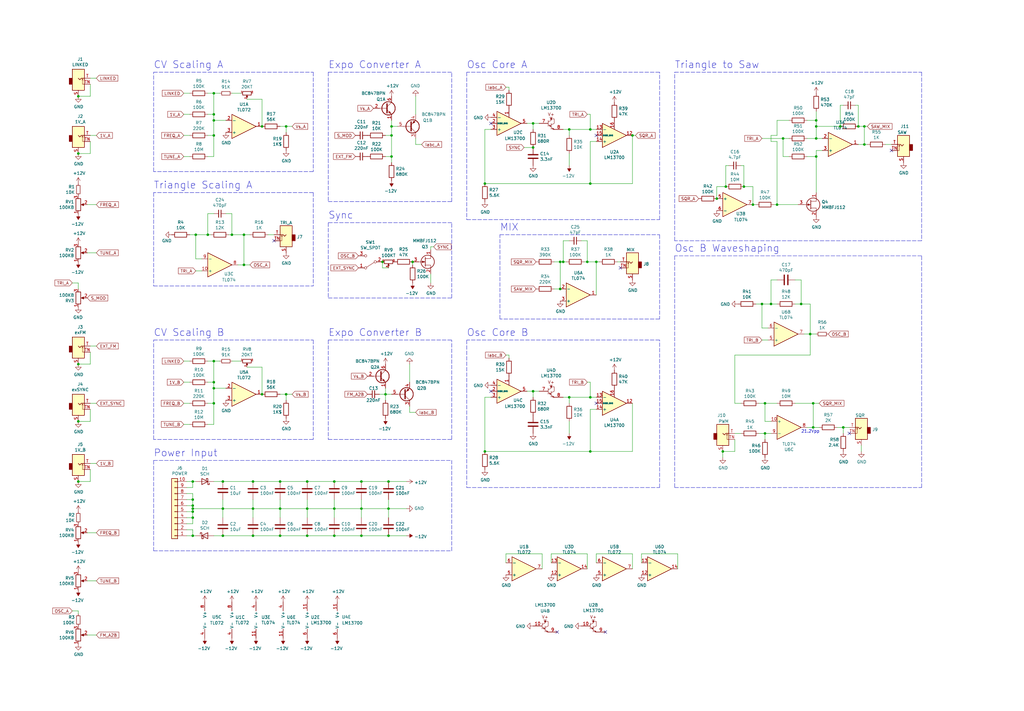
<source format=kicad_sch>
(kicad_sch (version 20211123) (generator eeschema)
  (paper "User" 431.8 299.999)
  (lib_symbols
    (symbol "Amplifier_Operational:TL072" (pin_names (offset 0.127))
      (property "Reference" "U" (at 0 5.08 0))
      (property "Value" "TL072" (at 0 -5.08 0))
      (symbol "TL072_1_1"
        (pin output line (at 7.62 0 180) (length 2.54) (name "~") (number "1"))
        (pin input line (at -7.62 -2.54 0) (length 2.54) (name "-") (number "2"))
        (pin input line (at -7.62 2.54 0) (length 2.54) (name "+") (number "3"))
      )
      (symbol "TL072_2_1"
        (pin input line (at -7.62 2.54 0) (length 2.54) (name "+") (number "5"))
        (pin input line (at -7.62 -2.54 0) (length 2.54) (name "-") (number "6"))
        (pin output line (at 7.62 0 180) (length 2.54) (name "~") (number "7"))
      )
      (symbol "TL072_3_1"
        (pin power_in line (at -2.54 -7.62 90) (length 3.81) (name "V-") (number "4"))
        (pin power_in line (at -2.54 7.62 270) (length 3.81) (name "V+") (number "8"))
      )
    )
    (symbol "Amplifier_Operational:TL074" (pin_names (offset 0.127))
      (property "Reference" "U" (at 0 5.08 0))
      (property "Value" "TL074" (at 0 -5.08 0))
      (symbol "TL074_1_1"
        (pin output line (at 7.62 0 180) (length 2.54) (name "~") (number "1"))
        (pin input line (at -7.62 -2.54 0) (length 2.54) (name "-") (number "2"))
        (pin input line (at -7.62 2.54 0) (length 2.54) (name "+") (number "3"))
      )
      (symbol "TL074_2_1"
        (pin input line (at -7.62 2.54 0) (length 2.54) (name "+") (number "5"))
        (pin input line (at -7.62 -2.54 0) (length 2.54) (name "-") (number "6"))
        (pin output line (at 7.62 0 180) (length 2.54) (name "~") (number "7"))
      )
      (symbol "TL074_3_1"
        (pin input line (at -7.62 2.54 0) (length 2.54) (name "+") (number "10"))
        (pin output line (at 7.62 0 180) (length 2.54) (name "~") (number "8"))
        (pin input line (at -7.62 -2.54 0) (length 2.54) (name "-") (number "9"))
      )
      (symbol "TL074_4_1"
        (pin input line (at -7.62 2.54 0) (length 2.54) (name "+") (number "12"))
        (pin input line (at -7.62 -2.54 0) (length 2.54) (name "-") (number "13"))
        (pin output line (at 7.62 0 180) (length 2.54) (name "~") (number "14"))
      )
      (symbol "TL074_5_1"
        (pin power_in line (at -2.54 -7.62 90) (length 3.81) (name "V-") (number "11"))
        (pin power_in line (at -2.54 7.62 270) (length 3.81) (name "V+") (number "4"))
      )
    )
    (symbol "Connector_Generic:Conn_01x10" (pin_names (offset 1.016) hide)
      (property "Reference" "J" (at 0 12.7 0))
      (property "Value" "Conn_01x10" (at 0 -15.24 0))
      (symbol "Conn_01x10_1_1"
        (pin passive line (at -5.08 10.16 0) (length 3.81) (name "Pin_1") (number "1"))
        (pin passive line (at -5.08 -12.7 0) (length 3.81) (name "Pin_10") (number "10"))
        (pin passive line (at -5.08 7.62 0) (length 3.81) (name "Pin_2") (number "2"))
        (pin passive line (at -5.08 5.08 0) (length 3.81) (name "Pin_3") (number "3"))
        (pin passive line (at -5.08 2.54 0) (length 3.81) (name "Pin_4") (number "4"))
        (pin passive line (at -5.08 0 0) (length 3.81) (name "Pin_5") (number "5"))
        (pin passive line (at -5.08 -2.54 0) (length 3.81) (name "Pin_6") (number "6"))
        (pin passive line (at -5.08 -5.08 0) (length 3.81) (name "Pin_7") (number "7"))
        (pin passive line (at -5.08 -7.62 0) (length 3.81) (name "Pin_8") (number "8"))
        (pin passive line (at -5.08 -10.16 0) (length 3.81) (name "Pin_9") (number "9"))
      )
    )
    (symbol "Device:C" (pin_numbers hide) (pin_names (offset 0.254))
      (property "Reference" "C" (at 0.635 2.54 0))
      (property "Value" "C" (at 0.635 -2.54 0))
      (symbol "C_1_1"
        (pin passive line (at 0 3.81 270) (length 2.794) (name "~") (number "1"))
        (pin passive line (at 0 -3.81 90) (length 2.794) (name "~") (number "2"))
      )
    )
    (symbol "Device:C_Small" (pin_numbers hide) (pin_names (offset 0.254) hide)
      (property "Reference" "C" (at 0.254 1.778 0))
      (property "Value" "C_Small" (at 0.254 -2.032 0))
      (symbol "C_Small_1_1"
        (pin passive line (at 0 2.54 270) (length 2.032) (name "~") (number "1"))
        (pin passive line (at 0 -2.54 90) (length 2.032) (name "~") (number "2"))
      )
    )
    (symbol "Device:D_Schottky" (pin_numbers hide) (pin_names (offset 1.016) hide)
      (property "Reference" "D" (at 0 2.54 0))
      (property "Value" "D_Schottky" (at 0 -2.54 0))
      (symbol "D_Schottky_1_1"
        (pin passive line (at -3.81 0 0) (length 2.54) (name "K") (number "1"))
        (pin passive line (at 3.81 0 180) (length 2.54) (name "A") (number "2"))
      )
    )
    (symbol "Device:Q_DUAL_NPN_PNP_E1B1C2E2B2C1" (pin_names (offset 0) hide)
      (property "Reference" "Q" (at 5.08 1.27 0))
      (property "Value" "Device_Q_DUAL_NPN_PNP_E1B1C2E2B2C1" (at 5.08 -1.27 0))
      (symbol "Q_DUAL_NPN_PNP_E1B1C2E2B2C1_1_1"
        (pin passive line (at 2.54 -5.08 90) (length 2.54) (name "E1") (number "1"))
        (pin input line (at -5.08 0 0) (length 2.54) (name "B1") (number "2"))
        (pin passive line (at 2.54 5.08 270) (length 2.54) (name "C1") (number "6"))
      )
      (symbol "Q_DUAL_NPN_PNP_E1B1C2E2B2C1_2_1"
        (pin passive line (at 2.54 5.08 270) (length 2.54) (name "C2") (number "3"))
        (pin passive line (at 2.54 -5.08 90) (length 2.54) (name "E2") (number "4"))
        (pin input line (at -5.08 0 0) (length 2.54) (name "B2") (number "5"))
      )
    )
    (symbol "Device:R" (pin_numbers hide) (pin_names (offset 0))
      (property "Reference" "R" (at 2.032 0 90))
      (property "Value" "R" (at 0 0 90))
      (symbol "R_1_1"
        (pin passive line (at 0 3.81 270) (length 1.27) (name "~") (number "1"))
        (pin passive line (at 0 -3.81 90) (length 1.27) (name "~") (number "2"))
      )
    )
    (symbol "Device:R_POT" (pin_names (offset 1.016) hide)
      (property "Reference" "RV" (at -4.445 0 90))
      (property "Value" "Device_R_POT" (at -2.54 0 90))
      (symbol "R_POT_1_1"
        (pin passive line (at 0 3.81 270) (length 1.27) (name "1") (number "1"))
        (pin passive line (at 3.81 0 180) (length 1.27) (name "2") (number "2"))
        (pin passive line (at 0 -3.81 90) (length 1.27) (name "3") (number "3"))
      )
    )
    (symbol "Device:R_POT_Small" (pin_names (offset 1.016) hide)
      (property "Reference" "RV" (at -4.445 0 90))
      (property "Value" "Device_R_POT_Small" (at -2.54 0 90))
      (symbol "R_POT_Small_1_1"
        (pin passive line (at 0 2.54 270) (length 0.635) (name "1") (number "1"))
        (pin passive line (at 2.54 0 180) (length 0.9906) (name "2") (number "2"))
        (pin passive line (at 0 -2.54 90) (length 0.635) (name "3") (number "3"))
      )
    )
    (symbol "Device:R_Small" (pin_numbers hide) (pin_names (offset 0.254) hide)
      (property "Reference" "R" (at 0.762 0.508 0))
      (property "Value" "R_Small" (at 0.762 -1.016 0))
      (symbol "R_Small_1_1"
        (pin passive line (at 0 2.54 270) (length 0.762) (name "~") (number "1"))
        (pin passive line (at 0 -2.54 90) (length 0.762) (name "~") (number "2"))
      )
    )
    (symbol "Switch:SW_SPDT" (pin_names (offset 0) hide)
      (property "Reference" "SW" (at 0 4.318 0))
      (property "Value" "SW_SPDT" (at 0 -5.08 0))
      (symbol "SW_SPDT_1_1"
        (pin passive line (at 5.08 2.54 180) (length 2.54) (name "A") (number "1"))
        (pin passive line (at -5.08 0 0) (length 2.54) (name "B") (number "2"))
        (pin passive line (at 5.08 -2.54 180) (length 2.54) (name "C") (number "3"))
      )
    )
    (symbol "Transistor_FET:MMBFJ112" (pin_names hide)
      (property "Reference" "Q" (at 5.08 1.905 0))
      (property "Value" "MMBFJ112" (at 5.08 0 0))
      (symbol "MMBFJ112_1_1"
        (pin passive line (at 2.54 5.08 270) (length 2.54) (name "D") (number "1"))
        (pin passive line (at 2.54 -5.08 90) (length 2.54) (name "S") (number "2"))
        (pin input line (at -5.08 0 0) (length 2.54) (name "G") (number "3"))
      )
    )
    (symbol "power:+12V" (power) (pin_names (offset 0))
      (property "Value" "+12V" (at 0 3.556 0))
      (symbol "+12V_1_1"
        (pin power_in line (at 0 0 90) (length 0) hide (name "+12V") (number "1"))
      )
    )
    (symbol "power:-12V" (power) (pin_names (offset 0))
      (property "Value" "-12V" (at 0 3.81 0))
      (symbol "-12V_0_0"
        (pin power_in line (at 0 0 90) (length 0) hide (name "-12V") (number "1"))
      )
    )
    (symbol "power:GND" (power) (pin_names (offset 0))
      (property "Value" "GND" (at 0 -3.81 0))
      (symbol "GND_1_1"
        (pin power_in line (at 0 0 270) (length 0) hide (name "GND") (number "1"))
      )
    )
    (symbol "user_symbols_library:AudioJack2_PJ301M-12"
      (property "Reference" "J" (at 0 8.89 0))
      (property "Value" "user_symbols_library_AudioJack2_PJ301M-12" (at 0 6.35 0))
      (symbol "AudioJack2_PJ301M-12_1_1"
        (pin passive line (at 0 -7.62 90) (length 2.54) (name "~") (number "S"))
        (pin passive line (at 5.08 0 180) (length 2.54) (name "~") (number "T"))
        (pin passive line (at 5.08 -2.54 180) (length 2.54) (name "~") (number "TN"))
      )
    )
    (symbol "user_symbols_library:LM13700_Alt2" (pin_names (offset 0.127))
      (property "Reference" "U" (at 3.81 5.08 0))
      (property "Value" "user_symbols_library_LM13700_Alt2" (at 7.62 -5.08 0))
      (symbol "LM13700_Alt2_1_1"
        (pin output line (at 7.62 0 180) (length 2.54) (name "~") (number "12"))
        (pin input line (at -7.62 2.54 0) (length 2.54) (name "-") (number "13"))
        (pin input line (at -7.62 -2.54 0) (length 2.54) (name "+") (number "14"))
        (pin input line (at -7.62 0 0) (length 2.54) (name "DIODE_BIAS") (number "15"))
        (pin input line (at 0 6.35 270) (length 3.81) (name "~") (number "16"))
      )
      (symbol "LM13700_Alt2_2_1"
        (text "V+" (at -2.54 3.81 0) (effects (font (size 1.27 1.27))))
        (pin input line (at -7.62 0 0) (length 3.81) (name "~") (number "10"))
        (pin output line (at 2.54 -2.54 180) (length 3.81) (name "~") (number "9"))
      )
      (symbol "LM13700_Alt2_3_1"
        (pin input line (at 0 6.35 270) (length 3.81) (name "~") (number "1"))
        (pin input line (at -7.62 0 0) (length 2.54) (name "DIODE_BIAS") (number "2"))
        (pin input line (at -7.62 -2.54 0) (length 2.54) (name "+") (number "3"))
        (pin input line (at -7.62 2.54 0) (length 2.54) (name "-") (number "4"))
        (pin output line (at 7.62 0 180) (length 2.54) (name "~") (number "5"))
      )
      (symbol "LM13700_Alt2_4_0"
        (text "V+" (at -2.54 3.81 0) (effects (font (size 1.27 1.27))))
      )
      (symbol "LM13700_Alt2_4_1"
        (pin input line (at -7.62 0 0) (length 3.81) (name "~") (number "7"))
        (pin output line (at 2.54 -2.54 180) (length 3.81) (name "~") (number "8"))
      )
      (symbol "LM13700_Alt2_5_1"
        (pin power_in line (at -2.54 7.62 270) (length 3.81) (name "V+") (number "11"))
        (pin power_in line (at -2.54 -7.62 90) (length 3.81) (name "V-") (number "6"))
      )
    )
  )
  (junction (at 81.28 226.06))
  (junction (at 344.17 58.42))
  (junction (at 140.97 203.2))
  (junction (at 248.92 54.61))
  (junction (at 355.6 180.34))
  (junction (at 87.63 99.06))
  (junction (at 344.17 50.8))
  (junction (at 237.49 110.49))
  (junction (at 240.03 54.61))
  (junction (at 344.17 66.04))
  (junction (at 110.49 53.34))
  (junction (at 327.66 86.36))
  (junction (at 81.28 210.82))
  (junction (at 93.98 214.63))
  (junction (at 163.83 214.63))
  (junction (at 82.55 99.06))
  (junction (at 90.17 50.8))
  (junction (at 165.1 57.15))
  (junction (at 322.58 182.88))
  (junction (at 81.28 213.36))
  (junction (at 304.8 190.5))
  (junction (at 129.54 226.06))
  (junction (at 152.4 226.06))
  (junction (at 361.95 53.34))
  (junction (at 106.68 203.2))
  (junction (at 364.49 60.96))
  (junction (at 313.69 78.74))
  (junction (at 240.03 167.64))
  (junction (at 224.79 52.07))
  (junction (at 344.17 53.34))
  (junction (at 140.97 226.06))
  (junction (at 129.54 203.2))
  (junction (at 224.79 62.23))
  (junction (at 321.31 128.27))
  (junction (at 322.58 170.18))
  (junction (at 224.79 165.1))
  (junction (at 106.68 214.63))
  (junction (at 354.33 53.34))
  (junction (at 342.9 170.18))
  (junction (at 163.83 203.2))
  (junction (at 33.02 153.67))
  (junction (at 325.12 128.27))
  (junction (at 341.63 140.97))
  (junction (at 163.83 226.06))
  (junction (at 118.11 203.2))
  (junction (at 102.87 111.76))
  (junction (at 90.17 163.83))
  (junction (at 161.29 110.49))
  (junction (at 102.87 99.06))
  (junction (at 81.28 215.9))
  (junction (at 106.68 226.06))
  (junction (at 120.65 53.34))
  (junction (at 118.11 214.63))
  (junction (at 204.47 77.47))
  (junction (at 306.07 78.74))
  (junction (at 33.02 64.77))
  (junction (at 140.97 214.63))
  (junction (at 165.1 66.04))
  (junction (at 120.65 166.37))
  (junction (at 247.65 110.49))
  (junction (at 236.22 121.92))
  (junction (at 317.5 86.36))
  (junction (at 302.26 83.82))
  (junction (at 152.4 214.63))
  (junction (at 251.46 110.49))
  (junction (at 90.17 57.15))
  (junction (at 342.9 180.34))
  (junction (at 248.92 167.64))
  (junction (at 364.49 53.34))
  (junction (at 110.49 166.37))
  (junction (at 129.54 214.63))
  (junction (at 330.2 58.42))
  (junction (at 97.79 99.06))
  (junction (at 337.82 128.27))
  (junction (at 162.56 166.37))
  (junction (at 248.92 77.47))
  (junction (at 33.02 177.8))
  (junction (at 266.7 57.15))
  (junction (at 90.17 161.29))
  (junction (at 90.17 39.37))
  (junction (at 90.17 48.26))
  (junction (at 90.17 152.4))
  (junction (at 248.92 190.5))
  (junction (at 33.02 40.64))
  (junction (at 33.02 203.2))
  (junction (at 118.11 226.06))
  (junction (at 236.22 110.49))
  (junction (at 81.28 218.44))
  (junction (at 93.98 226.06))
  (junction (at 173.99 110.49))
  (junction (at 93.98 203.2))
  (junction (at 204.47 190.5))
  (junction (at 81.28 214.63))
  (junction (at 81.28 203.2))
  (junction (at 90.17 170.18))
  (junction (at 152.4 203.2))
  (junction (at 165.1 53.34))
  (no_connect (at 251.46 57.15))
  (no_connect (at 207.01 165.1))
  (no_connect (at 207.01 52.07))
  (no_connect (at 261.62 113.03))
  (no_connect (at 251.46 170.18))
  (no_connect (at 115.57 101.6))
  (no_connect (at 358.14 182.88))
  (no_connect (at 234.95 266.7))
  (no_connect (at 375.92 63.5))
  (no_connect (at 255.27 266.7))
  (polyline (pts (xy 278.13 143.51) (xy 196.85 143.51)))
  (wire (pts (xy 129.54 203.2) (xy 140.97 203.2)))
  (polyline (pts (xy 64.77 72.39) (xy 64.77 30.48)))
  (wire (pts (xy 240.03 54.61) (xy 240.03 57.15)))
  (wire (pts (xy 152.4 203.2) (xy 163.83 203.2)))
  (wire (pts (xy 104.14 154.94) (xy 110.49 154.94)))
  (wire (pts (xy 90.17 50.8) (xy 95.25 50.8)))
  (wire (pts (xy 40.64 170.18) (xy 38.1 170.18)))
  (wire (pts (xy 318.77 86.36) (xy 317.5 86.36)))
  (wire (pts (xy 312.42 170.18) (xy 309.88 170.18)))
  (wire (pts (xy 165.1 166.37) (xy 162.56 166.37)))
  (wire (pts (xy 87.63 57.15) (xy 90.17 57.15)))
  (wire (pts (xy 123.19 53.34) (xy 120.65 53.34)))
  (wire (pts (xy 245.11 101.6) (xy 247.65 101.6)))
  (wire (pts (xy 81.28 210.82) (xy 81.28 208.28)))
  (wire (pts (xy 344.17 46.99) (xy 344.17 50.8)))
  (wire (pts (xy 266.7 233.68) (xy 266.7 240.03)))
  (wire (pts (xy 163.83 218.44) (xy 163.83 214.63)))
  (wire (pts (xy 90.17 161.29) (xy 90.17 152.4)))
  (wire (pts (xy 204.47 167.64) (xy 207.01 167.64)))
  (polyline (pts (xy 132.08 81.28) (xy 132.08 120.65)))
  (wire (pts (xy 354.33 44.45) (xy 354.33 53.34)))
  (wire (pts (xy 340.36 50.8) (xy 344.17 50.8)))
  (wire (pts (xy 247.65 48.26) (xy 248.92 48.26)))
  (polyline (pts (xy 284.48 205.74) (xy 388.62 205.74)))
  (wire (pts (xy 236.22 110.49) (xy 237.49 110.49)))
  (wire (pts (xy 38.1 172.72) (xy 38.1 177.8)))
  (wire (pts (xy 247.65 110.49) (xy 251.46 110.49)))
  (wire (pts (xy 325.12 59.69) (xy 327.66 59.69)))
  (wire (pts (xy 332.74 50.8) (xy 327.66 50.8)))
  (wire (pts (xy 365.76 53.34) (xy 364.49 53.34)))
  (wire (pts (xy 345.44 180.34) (xy 342.9 180.34)))
  (wire (pts (xy 360.68 44.45) (xy 361.95 44.45)))
  (wire (pts (xy 251.46 233.68) (xy 266.7 233.68)))
  (wire (pts (xy 182.88 104.14) (xy 181.61 104.14)))
  (wire (pts (xy 237.49 167.64) (xy 240.03 167.64)))
  (wire (pts (xy 87.63 99.06) (xy 88.9 99.06)))
  (wire (pts (xy 97.79 99.06) (xy 102.87 99.06)))
  (polyline (pts (xy 138.43 185.42) (xy 190.5 185.42)))
  (wire (pts (xy 82.55 226.06) (xy 81.28 226.06)))
  (wire (pts (xy 80.01 99.06) (xy 82.55 99.06)))
  (wire (pts (xy 106.68 226.06) (xy 93.98 226.06)))
  (wire (pts (xy 90.17 48.26) (xy 90.17 39.37)))
  (wire (pts (xy 92.71 39.37) (xy 90.17 39.37)))
  (polyline (pts (xy 64.77 30.48) (xy 132.08 30.48)))
  (wire (pts (xy 40.64 267.97) (xy 36.83 267.97)))
  (wire (pts (xy 222.25 165.1) (xy 224.79 165.1)))
  (wire (pts (xy 267.97 57.15) (xy 266.7 57.15)))
  (wire (pts (xy 38.1 153.67) (xy 33.02 153.67)))
  (wire (pts (xy 266.7 57.15) (xy 266.7 77.47)))
  (wire (pts (xy 163.83 203.2) (xy 171.45 203.2)))
  (wire (pts (xy 327.66 57.15) (xy 325.12 57.15)))
  (wire (pts (xy 361.95 60.96) (xy 364.49 60.96)))
  (wire (pts (xy 213.36 237.49) (xy 213.36 233.68)))
  (wire (pts (xy 129.54 226.06) (xy 118.11 226.06)))
  (wire (pts (xy 77.47 57.15) (xy 80.01 57.15)))
  (wire (pts (xy 266.7 170.18) (xy 266.7 190.5)))
  (wire (pts (xy 160.02 166.37) (xy 162.56 166.37)))
  (wire (pts (xy 340.36 66.04) (xy 344.17 66.04)))
  (wire (pts (xy 344.17 50.8) (xy 344.17 53.34)))
  (polyline (pts (xy 190.5 85.09) (xy 190.5 30.48)))
  (wire (pts (xy 152.4 214.63) (xy 152.4 210.82)))
  (wire (pts (xy 140.97 218.44) (xy 140.97 214.63)))
  (wire (pts (xy 361.95 44.45) (xy 361.95 53.34)))
  (wire (pts (xy 96.52 99.06) (xy 97.79 99.06)))
  (wire (pts (xy 40.64 146.05) (xy 38.1 146.05)))
  (wire (pts (xy 78.74 203.2) (xy 81.28 203.2)))
  (wire (pts (xy 335.28 118.11) (xy 337.82 118.11)))
  (wire (pts (xy 237.49 101.6) (xy 237.49 110.49)))
  (wire (pts (xy 214.63 36.83) (xy 214.63 38.1)))
  (wire (pts (xy 335.28 170.18) (xy 342.9 170.18)))
  (wire (pts (xy 90.17 163.83) (xy 90.17 161.29)))
  (wire (pts (xy 38.1 148.59) (xy 38.1 153.67)))
  (wire (pts (xy 248.92 172.72) (xy 248.92 190.5)))
  (wire (pts (xy 341.63 149.86) (xy 341.63 140.97)))
  (wire (pts (xy 162.56 163.83) (xy 162.56 166.37)))
  (wire (pts (xy 302.26 78.74) (xy 302.26 83.82)))
  (wire (pts (xy 248.92 167.64) (xy 251.46 167.64)))
  (polyline (pts (xy 138.43 30.48) (xy 190.5 30.48)))
  (wire (pts (xy 266.7 77.47) (xy 248.92 77.47)))
  (wire (pts (xy 309.88 185.42) (xy 309.88 190.5)))
  (wire (pts (xy 81.28 218.44) (xy 81.28 215.9)))
  (wire (pts (xy 224.79 54.61) (xy 224.79 52.07)))
  (wire (pts (xy 93.98 218.44) (xy 93.98 214.63)))
  (wire (pts (xy 309.88 170.18) (xy 309.88 149.86)))
  (wire (pts (xy 306.07 78.74) (xy 302.26 78.74)))
  (polyline (pts (xy 138.43 85.09) (xy 190.5 85.09)))
  (wire (pts (xy 97.79 39.37) (xy 101.6 39.37)))
  (wire (pts (xy 224.79 167.64) (xy 224.79 165.1)))
  (wire (pts (xy 40.64 245.11) (xy 36.83 245.11)))
  (wire (pts (xy 77.47 161.29) (xy 80.01 161.29)))
  (polyline (pts (xy 196.85 143.51) (xy 196.85 205.74)))
  (wire (pts (xy 344.17 53.34) (xy 344.17 58.42)))
  (wire (pts (xy 236.22 121.92) (xy 236.22 110.49)))
  (wire (pts (xy 90.17 50.8) (xy 90.17 57.15)))
  (wire (pts (xy 152.4 214.63) (xy 163.83 214.63)))
  (wire (pts (xy 353.06 180.34) (xy 355.6 180.34)))
  (wire (pts (xy 364.49 53.34) (xy 361.95 53.34)))
  (polyline (pts (xy 210.82 99.06) (xy 278.13 99.06)))
  (wire (pts (xy 163.83 226.06) (xy 171.45 226.06)))
  (polyline (pts (xy 132.08 72.39) (xy 64.77 72.39)))
  (wire (pts (xy 228.6 233.68) (xy 228.6 240.03)))
  (wire (pts (xy 340.36 58.42) (xy 344.17 58.42)))
  (wire (pts (xy 77.47 48.26) (xy 80.01 48.26)))
  (wire (pts (xy 81.28 223.52) (xy 81.28 226.06)))
  (wire (pts (xy 248.92 161.29) (xy 248.92 167.64)))
  (wire (pts (xy 236.22 110.49) (xy 233.68 110.49)))
  (wire (pts (xy 322.58 177.8) (xy 325.12 177.8)))
  (wire (pts (xy 97.79 90.17) (xy 97.79 99.06)))
  (wire (pts (xy 365.76 60.96) (xy 364.49 60.96)))
  (wire (pts (xy 92.71 152.4) (xy 90.17 152.4)))
  (wire (pts (xy 106.68 203.2) (xy 118.11 203.2)))
  (wire (pts (xy 247.65 101.6) (xy 247.65 110.49)))
  (wire (pts (xy 363.22 190.5) (xy 363.22 187.96)))
  (wire (pts (xy 163.83 210.82) (xy 163.83 214.63)))
  (wire (pts (xy 327.66 50.8) (xy 327.66 57.15)))
  (polyline (pts (xy 278.13 99.06) (xy 278.13 134.62)))
  (polyline (pts (xy 388.62 205.74) (xy 388.62 107.95)))
  (wire (pts (xy 38.1 64.77) (xy 33.02 64.77)))
  (wire (pts (xy 78.74 213.36) (xy 81.28 213.36)))
  (wire (pts (xy 320.04 182.88) (xy 322.58 182.88)))
  (wire (pts (xy 118.11 214.63) (xy 106.68 214.63)))
  (wire (pts (xy 261.62 110.49) (xy 260.35 110.49)))
  (wire (pts (xy 172.72 173.99) (xy 172.72 171.45)))
  (wire (pts (xy 322.58 185.42) (xy 322.58 182.88)))
  (wire (pts (xy 38.1 203.2) (xy 33.02 203.2)))
  (wire (pts (xy 312.42 69.85) (xy 313.69 69.85)))
  (wire (pts (xy 163.83 214.63) (xy 171.45 214.63)))
  (wire (pts (xy 354.33 53.34) (xy 344.17 53.34)))
  (wire (pts (xy 140.97 214.63) (xy 140.97 210.82)))
  (wire (pts (xy 342.9 180.34) (xy 342.9 170.18)))
  (wire (pts (xy 247.65 161.29) (xy 248.92 161.29)))
  (polyline (pts (xy 132.08 143.51) (xy 132.08 185.42)))
  (wire (pts (xy 251.46 59.69) (xy 248.92 59.69)))
  (wire (pts (xy 325.12 118.11) (xy 325.12 128.27)))
  (wire (pts (xy 240.03 167.64) (xy 240.03 170.18)))
  (wire (pts (xy 330.2 66.04) (xy 330.2 58.42)))
  (wire (pts (xy 240.03 167.64) (xy 248.92 167.64)))
  (wire (pts (xy 152.4 218.44) (xy 152.4 214.63)))
  (wire (pts (xy 40.64 33.02) (xy 38.1 33.02)))
  (wire (pts (xy 78.74 215.9) (xy 81.28 215.9)))
  (wire (pts (xy 321.31 143.51) (xy 323.85 143.51)))
  (wire (pts (xy 240.03 101.6) (xy 237.49 101.6)))
  (wire (pts (xy 82.55 99.06) (xy 87.63 99.06)))
  (wire (pts (xy 313.69 69.85) (xy 313.69 78.74)))
  (wire (pts (xy 266.7 190.5) (xy 248.92 190.5)))
  (polyline (pts (xy 64.77 194.31) (xy 64.77 232.41)))
  (wire (pts (xy 93.98 214.63) (xy 93.98 210.82)))
  (wire (pts (xy 129.54 214.63) (xy 118.11 214.63)))
  (wire (pts (xy 161.29 113.03) (xy 161.29 110.49)))
  (wire (pts (xy 375.92 60.96) (xy 373.38 60.96)))
  (wire (pts (xy 246.38 110.49) (xy 247.65 110.49)))
  (polyline (pts (xy 64.77 81.28) (xy 64.77 120.65)))
  (wire (pts (xy 78.74 210.82) (xy 81.28 210.82)))
  (wire (pts (xy 345.44 170.18) (xy 342.9 170.18)))
  (wire (pts (xy 118.11 218.44) (xy 118.11 214.63)))
  (wire (pts (xy 90.17 203.2) (xy 93.98 203.2)))
  (wire (pts (xy 251.46 172.72) (xy 248.92 172.72)))
  (wire (pts (xy 85.09 114.3) (xy 82.55 114.3)))
  (wire (pts (xy 120.65 53.34) (xy 118.11 53.34)))
  (wire (pts (xy 309.88 190.5) (xy 304.8 190.5)))
  (wire (pts (xy 120.65 55.88) (xy 120.65 53.34)))
  (wire (pts (xy 237.49 54.61) (xy 240.03 54.61)))
  (wire (pts (xy 325.12 128.27) (xy 327.66 128.27)))
  (wire (pts (xy 115.57 99.06) (xy 113.03 99.06)))
  (wire (pts (xy 78.74 223.52) (xy 81.28 223.52)))
  (wire (pts (xy 248.92 190.5) (xy 204.47 190.5)))
  (wire (pts (xy 95.25 90.17) (xy 97.79 90.17)))
  (wire (pts (xy 355.6 182.88) (xy 355.6 180.34)))
  (wire (pts (xy 93.98 226.06) (xy 90.17 226.06)))
  (wire (pts (xy 118.11 214.63) (xy 118.11 210.82)))
  (wire (pts (xy 152.4 226.06) (xy 140.97 226.06)))
  (polyline (pts (xy 284.48 30.48) (xy 388.62 30.48)))
  (wire (pts (xy 106.68 214.63) (xy 93.98 214.63)))
  (polyline (pts (xy 388.62 107.95) (xy 284.48 107.95)))
  (wire (pts (xy 344.17 140.97) (xy 341.63 140.97)))
  (wire (pts (xy 38.1 198.12) (xy 38.1 203.2)))
  (wire (pts (xy 90.17 57.15) (xy 90.17 66.04)))
  (wire (pts (xy 337.82 128.27) (xy 341.63 128.27)))
  (polyline (pts (xy 64.77 194.31) (xy 190.5 194.31)))
  (wire (pts (xy 309.88 149.86) (xy 341.63 149.86)))
  (polyline (pts (xy 210.82 134.62) (xy 210.82 99.06)))
  (wire (pts (xy 214.63 149.86) (xy 214.63 151.13)))
  (wire (pts (xy 78.74 218.44) (xy 81.28 218.44)))
  (wire (pts (xy 77.47 66.04) (xy 80.01 66.04)))
  (wire (pts (xy 163.83 113.03) (xy 161.29 113.03)))
  (wire (pts (xy 104.14 41.91) (xy 110.49 41.91)))
  (wire (pts (xy 240.03 54.61) (xy 248.92 54.61)))
  (wire (pts (xy 307.34 69.85) (xy 306.07 69.85)))
  (wire (pts (xy 344.17 66.04) (xy 344.17 81.28)))
  (wire (pts (xy 213.36 233.68) (xy 228.6 233.68)))
  (wire (pts (xy 30.48 119.38) (xy 33.02 119.38)))
  (wire (pts (xy 165.1 50.8) (xy 165.1 53.34)))
  (polyline (pts (xy 132.08 81.28) (xy 64.77 81.28)))
  (polyline (pts (xy 388.62 30.48) (xy 388.62 101.6)))
  (wire (pts (xy 82.55 109.22) (xy 82.55 99.06)))
  (wire (pts (xy 248.92 54.61) (xy 251.46 54.61)))
  (wire (pts (xy 322.58 182.88) (xy 325.12 182.88)))
  (wire (pts (xy 81.28 203.2) (xy 82.55 203.2)))
  (polyline (pts (xy 278.13 134.62) (xy 210.82 134.62)))
  (wire (pts (xy 213.36 149.86) (xy 214.63 149.86)))
  (wire (pts (xy 204.47 54.61) (xy 204.47 77.47)))
  (wire (pts (xy 78.74 220.98) (xy 81.28 220.98)))
  (wire (pts (xy 81.28 214.63) (xy 81.28 213.36)))
  (wire (pts (xy 81.28 205.74) (xy 81.28 203.2)))
  (wire (pts (xy 120.65 166.37) (xy 118.11 166.37)))
  (polyline (pts (xy 132.08 30.48) (xy 132.08 72.39)))
  (wire (pts (xy 175.26 60.96) (xy 175.26 58.42)))
  (wire (pts (xy 102.87 111.76) (xy 100.33 111.76)))
  (wire (pts (xy 123.19 166.37) (xy 120.65 166.37)))
  (wire (pts (xy 38.1 59.69) (xy 38.1 64.77)))
  (wire (pts (xy 40.64 224.79) (xy 36.83 224.79)))
  (wire (pts (xy 317.5 78.74) (xy 317.5 86.36)))
  (wire (pts (xy 337.82 118.11) (xy 337.82 128.27)))
  (wire (pts (xy 344.17 63.5) (xy 344.17 66.04)))
  (wire (pts (xy 323.85 138.43) (xy 321.31 138.43)))
  (wire (pts (xy 326.39 86.36) (xy 327.66 86.36)))
  (wire (pts (xy 40.64 106.68) (xy 36.83 106.68)))
  (wire (pts (xy 327.66 59.69) (xy 327.66 86.36)))
  (wire (pts (xy 120.65 168.91) (xy 120.65 166.37)))
  (polyline (pts (xy 190.5 232.41) (xy 190.5 194.31)))
  (wire (pts (xy 232.41 237.49) (xy 232.41 233.68)))
  (wire (pts (xy 85.09 109.22) (xy 82.55 109.22)))
  (wire (pts (xy 97.79 152.4) (xy 101.6 152.4)))
  (wire (pts (xy 87.63 48.26) (xy 90.17 48.26)))
  (wire (pts (xy 325.12 57.15) (xy 325.12 59.69)))
  (wire (pts (xy 181.61 104.14) (xy 181.61 105.41)))
  (wire (pts (xy 140.97 214.63) (xy 129.54 214.63)))
  (wire (pts (xy 163.83 226.06) (xy 152.4 226.06)))
  (wire (pts (xy 105.41 99.06) (xy 102.87 99.06)))
  (polyline (pts (xy 284.48 107.95) (xy 284.48 205.74)))
  (wire (pts (xy 341.63 128.27) (xy 341.63 140.97)))
  (wire (pts (xy 306.07 69.85) (xy 306.07 78.74)))
  (polyline (pts (xy 138.43 143.51) (xy 190.5 143.51)))
  (wire (pts (xy 77.47 170.18) (xy 80.01 170.18)))
  (wire (pts (xy 322.58 177.8) (xy 322.58 170.18)))
  (polyline (pts (xy 64.77 120.65) (xy 132.08 120.65)))
  (polyline (pts (xy 196.85 92.71) (xy 278.13 92.71)))
  (wire (pts (xy 162.56 57.15) (xy 165.1 57.15)))
  (wire (pts (xy 321.31 58.42) (xy 330.2 58.42)))
  (wire (pts (xy 30.48 257.81) (xy 33.02 257.81)))
  (wire (pts (xy 77.47 152.4) (xy 80.01 152.4)))
  (polyline (pts (xy 138.43 93.98) (xy 138.43 125.73)))
  (wire (pts (xy 175.26 173.99) (xy 172.72 173.99)))
  (polyline (pts (xy 278.13 205.74) (xy 278.13 143.51)))
  (wire (pts (xy 247.65 233.68) (xy 247.65 240.03)))
  (wire (pts (xy 93.98 214.63) (xy 81.28 214.63)))
  (wire (pts (xy 162.56 168.91) (xy 162.56 166.37)))
  (polyline (pts (xy 190.5 185.42) (xy 190.5 143.51)))
  (wire (pts (xy 165.1 57.15) (xy 165.1 66.04)))
  (polyline (pts (xy 284.48 101.6) (xy 284.48 30.48)))
  (polyline (pts (xy 64.77 143.51) (xy 132.08 143.51)))
  (wire (pts (xy 332.74 66.04) (xy 330.2 66.04)))
  (polyline (pts (xy 64.77 232.41) (xy 190.5 232.41)))
  (wire (pts (xy 309.88 182.88) (xy 312.42 182.88)))
  (wire (pts (xy 224.79 52.07) (xy 227.33 52.07)))
  (wire (pts (xy 87.63 170.18) (xy 90.17 170.18)))
  (wire (pts (xy 240.03 69.85) (xy 240.03 64.77)))
  (wire (pts (xy 81.28 226.06) (xy 78.74 226.06)))
  (wire (pts (xy 252.73 110.49) (xy 251.46 110.49)))
  (wire (pts (xy 248.92 77.47) (xy 204.47 77.47)))
  (wire (pts (xy 87.63 39.37) (xy 90.17 39.37)))
  (wire (pts (xy 175.26 40.64) (xy 175.26 48.26)))
  (wire (pts (xy 102.87 99.06) (xy 102.87 111.76)))
  (wire (pts (xy 339.09 140.97) (xy 341.63 140.97)))
  (wire (pts (xy 77.47 39.37) (xy 80.01 39.37)))
  (wire (pts (xy 118.11 203.2) (xy 129.54 203.2)))
  (wire (pts (xy 177.8 60.96) (xy 175.26 60.96)))
  (wire (pts (xy 90.17 170.18) (xy 90.17 179.07)))
  (wire (pts (xy 213.36 36.83) (xy 214.63 36.83)))
  (wire (pts (xy 344.17 58.42) (xy 346.71 58.42)))
  (wire (pts (xy 240.03 182.88) (xy 240.03 177.8)))
  (wire (pts (xy 140.97 226.06) (xy 129.54 226.06)))
  (polyline (pts (xy 190.5 93.98) (xy 138.43 93.98)))
  (wire (pts (xy 38.1 40.64) (xy 33.02 40.64)))
  (wire (pts (xy 90.17 50.8) (xy 90.17 48.26)))
  (wire (pts (xy 322.58 170.18) (xy 327.66 170.18)))
  (wire (pts (xy 355.6 44.45) (xy 354.33 44.45)))
  (wire (pts (xy 321.31 128.27) (xy 325.12 128.27)))
  (wire (pts (xy 233.68 121.92) (xy 236.22 121.92)))
  (wire (pts (xy 248.92 59.69) (xy 248.92 77.47)))
  (wire (pts (xy 129.54 214.63) (xy 129.54 218.44)))
  (wire (pts (xy 90.17 163.83) (xy 90.17 170.18)))
  (wire (pts (xy 38.1 35.56) (xy 38.1 40.64)))
  (wire (pts (xy 335.28 128.27) (xy 337.82 128.27)))
  (wire (pts (xy 78.74 205.74) (xy 81.28 205.74)))
  (polyline (pts (xy 138.43 30.48) (xy 138.43 85.09)))
  (wire (pts (xy 87.63 161.29) (xy 90.17 161.29)))
  (wire (pts (xy 222.25 52.07) (xy 224.79 52.07)))
  (wire (pts (xy 327.66 86.36) (xy 336.55 86.36)))
  (wire (pts (xy 33.02 119.38) (xy 33.02 121.92)))
  (wire (pts (xy 110.49 53.34) (xy 110.49 41.91)))
  (wire (pts (xy 87.63 90.17) (xy 87.63 99.06)))
  (wire (pts (xy 173.99 111.76) (xy 173.99 110.49)))
  (wire (pts (xy 77.47 179.07) (xy 80.01 179.07)))
  (wire (pts (xy 346.71 63.5) (xy 344.17 63.5)))
  (wire (pts (xy 340.36 180.34) (xy 342.9 180.34)))
  (wire (pts (xy 220.98 62.23) (xy 224.79 62.23)))
  (wire (pts (xy 320.04 170.18) (xy 322.58 170.18)))
  (wire (pts (xy 90.17 163.83) (xy 95.25 163.83)))
  (polyline (pts (xy 388.62 101.6) (xy 284.48 101.6)))
  (wire (pts (xy 165.1 66.04) (xy 165.1 68.58)))
  (wire (pts (xy 129.54 210.82) (xy 129.54 214.63)))
  (wire (pts (xy 321.31 138.43) (xy 321.31 128.27)))
  (wire (pts (xy 40.64 195.58) (xy 38.1 195.58)))
  (wire (pts (xy 251.46 237.49) (xy 251.46 233.68)))
  (wire (pts (xy 162.56 66.04) (xy 165.1 66.04)))
  (wire (pts (xy 87.63 152.4) (xy 90.17 152.4)))
  (wire (pts (xy 93.98 203.2) (xy 106.68 203.2)))
  (wire (pts (xy 327.66 118.11) (xy 325.12 118.11)))
  (wire (pts (xy 237.49 110.49) (xy 238.76 110.49)))
  (wire (pts (xy 248.92 48.26) (xy 248.92 54.61)))
  (polyline (pts (xy 278.13 92.71) (xy 278.13 30.48)))
  (polyline (pts (xy 132.08 185.42) (xy 64.77 185.42)))
  (wire (pts (xy 90.17 90.17) (xy 87.63 90.17)))
  (wire (pts (xy 270.51 233.68) (xy 285.75 233.68)))
  (wire (pts (xy 204.47 54.61) (xy 207.01 54.61)))
  (polyline (pts (xy 64.77 185.42) (xy 64.77 143.51)))
  (wire (pts (xy 87.63 179.07) (xy 90.17 179.07)))
  (wire (pts (xy 38.1 177.8) (xy 33.02 177.8)))
  (polyline (pts (xy 196.85 205.74) (xy 278.13 205.74)))
  (wire (pts (xy 313.69 78.74) (xy 317.5 78.74)))
  (wire (pts (xy 167.64 53.34) (xy 165.1 53.34)))
  (wire (pts (xy 87.63 66.04) (xy 90.17 66.04)))
  (wire (pts (xy 270.51 237.49) (xy 270.51 233.68)))
  (wire (pts (xy 304.8 193.04) (xy 304.8 190.5)))
  (wire (pts (xy 106.68 214.63) (xy 106.68 218.44)))
  (wire (pts (xy 181.61 119.38) (xy 181.61 115.57)))
  (wire (pts (xy 140.97 203.2) (xy 152.4 203.2)))
  (wire (pts (xy 355.6 180.34) (xy 358.14 180.34)))
  (wire (pts (xy 285.75 233.68) (xy 285.75 240.03)))
  (wire (pts (xy 40.64 86.36) (xy 36.83 86.36)))
  (wire (pts (xy 118.11 226.06) (xy 106.68 226.06)))
  (wire (pts (xy 81.28 215.9) (xy 81.28 214.63)))
  (polyline (pts (xy 278.13 30.48) (xy 196.85 30.48)))
  (wire (pts (xy 224.79 165.1) (xy 227.33 165.1)))
  (wire (pts (xy 321.31 128.27) (xy 318.77 128.27)))
  (wire (pts (xy 40.64 57.15) (xy 38.1 57.15)))
  (wire (pts (xy 106.68 210.82) (xy 106.68 214.63)))
  (wire (pts (xy 110.49 166.37) (xy 110.49 154.94)))
  (wire (pts (xy 105.41 111.76) (xy 102.87 111.76)))
  (wire (pts (xy 81.28 220.98) (xy 81.28 218.44)))
  (wire (pts (xy 152.4 214.63) (xy 140.97 214.63)))
  (wire (pts (xy 251.46 110.49) (xy 251.46 124.46)))
  (wire (pts (xy 165.1 53.34) (xy 165.1 57.15)))
  (polyline (pts (xy 138.43 143.51) (xy 138.43 185.42)))
  (wire (pts (xy 330.2 58.42) (xy 332.74 58.42)))
  (wire (pts (xy 33.02 257.81) (xy 33.02 259.08)))
  (wire (pts (xy 81.28 208.28) (xy 78.74 208.28)))
  (wire (pts (xy 172.72 153.67) (xy 172.72 161.29)))
  (polyline (pts (xy 196.85 30.48) (xy 196.85 92.71)))
  (wire (pts (xy 204.47 167.64) (xy 204.47 190.5)))
  (wire (pts (xy 232.41 233.68) (xy 247.65 233.68)))
  (polyline (pts (xy 138.43 125.73) (xy 190.5 125.73)))
  (polyline (pts (xy 190.5 125.73) (xy 190.5 93.98)))
  (wire (pts (xy 364.49 60.96) (xy 364.49 53.34)))
  (wire (pts (xy 81.28 213.36) (xy 81.28 210.82)))
  (text "Sync" (at 138.43 92.71 0) (effects (font (size 2.9972 2.9972)) (justify left bottom)))
  (text "MIX" (at 210.82 97.79 0) (effects (font (size 2.9972 2.9972)) (justify left bottom)))
  (text "21.2Vpp" (at 337.82 182.88 0) (effects (font (size 1.27 1.27)) (justify left bottom)))
  (text "Expo Converter B" (at 138.43 142.24 0) (effects (font (size 2.9972 2.9972)) (justify left bottom)))
  (text "Osc Core A" (at 196.85 29.21 0) (effects (font (size 2.9972 2.9972)) (justify left bottom)))
  (text "CV Scaling A" (at 64.77 29.21 0) (effects (font (size 2.9972 2.9972)) (justify left bottom)))
  (text "Osc B Waveshaping" (at 284.48 106.68 0) (effects (font (size 2.9972 2.9972)) (justify left bottom)))
  (text "Power Input" (at 64.77 193.04 0) (effects (font (size 2.9972 2.9972)) (justify left bottom)))
  (text "Osc Core B" (at 196.85 142.24 0) (effects (font (size 2.9972 2.9972)) (justify left bottom)))
  (text "Expo Converter A" (at 138.43 29.21 0) (effects (font (size 2.9972 2.9972)) (justify left bottom)))
  (text "CV Scaling B" (at 64.77 142.24 0) (effects (font (size 2.9972 2.9972)) (justify left bottom)))
  (text "Triangle to Saw" (at 284.48 29.21 0) (effects (font (size 2.9972 2.9972)) (justify left bottom)))
  (text "Triangle Scaling A" (at 64.77 80.01 0) (effects (font (size 2.9972 2.9972)) (justify left bottom)))
  (global_label "FREQ_A" (shape input) (at 40.64 86.36 0) (property "Intersheet References" "${INTERSHEET_REFS}" (effects hide)))
  (global_label "1V_B" (shape input) (at 40.64 195.58 0) (property "Intersheet References" "${INTERSHEET_REFS}" (effects hide)))
  (global_label "FREQ_B" (shape input) (at 77.47 170.18 180) (property "Intersheet References" "${INTERSHEET_REFS}" (effects hide)))
  (global_label "1V_B" (shape input) (at 77.47 161.29 180) (property "Intersheet References" "${INTERSHEET_REFS}" (effects hide)))
  (global_label "SQR_MIX" (shape input) (at 345.44 170.18 0) (property "Intersheet References" "${INTERSHEET_REFS}" (effects hide)))
  (global_label "TUNE_B" (shape input) (at 77.47 179.07 180) (property "Intersheet References" "${INTERSHEET_REFS}" (effects hide)))
  (global_label "EXT_FM" (shape input) (at 40.64 146.05 0) (property "Intersheet References" "${INTERSHEET_REFS}" (effects hide)))
  (global_label "Iabc_B" (shape input) (at 213.36 149.86 180) (property "Intersheet References" "${INTERSHEET_REFS}" (effects hide)))
  (global_label "LINKED" (shape input) (at 77.47 39.37 180) (property "Intersheet References" "${INTERSHEET_REFS}" (effects hide)))
  (global_label "Vs_A" (shape input) (at 123.19 53.34 0) (property "Intersheet References" "${INTERSHEET_REFS}" (effects hide)))
  (global_label "OSC_A" (shape input) (at 30.48 257.81 180) (property "Intersheet References" "${INTERSHEET_REFS}" (effects hide)))
  (global_label "Vs_B" (shape input) (at 154.94 158.75 180) (property "Intersheet References" "${INTERSHEET_REFS}" (effects hide)))
  (global_label "FM_A2B" (shape input) (at 154.94 166.37 180) (property "Intersheet References" "${INTERSHEET_REFS}" (effects hide)))
  (global_label "SQR_A" (shape input) (at 294.64 83.82 180) (property "Intersheet References" "${INTERSHEET_REFS}" (effects hide)))
  (global_label "TUNE_A" (shape input) (at 40.64 106.68 0) (property "Intersheet References" "${INTERSHEET_REFS}" (effects hide)))
  (global_label "TRI_B" (shape input) (at 247.65 161.29 180) (property "Intersheet References" "${INTERSHEET_REFS}" (effects hide)))
  (global_label "FM_A2B" (shape input) (at 40.64 267.97 0) (property "Intersheet References" "${INTERSHEET_REFS}" (effects hide)))
  (global_label "OSC_B" (shape input) (at 349.25 140.97 0) (property "Intersheet References" "${INTERSHEET_REFS}" (effects hide)))
  (global_label "TRI_A" (shape input) (at 82.55 114.3 180) (property "Intersheet References" "${INTERSHEET_REFS}" (effects hide)))
  (global_label "FREQ_B" (shape input) (at 40.64 224.79 0) (property "Intersheet References" "${INTERSHEET_REFS}" (effects hide)))
  (global_label "Vs_A" (shape input) (at 157.48 45.72 180) (property "Intersheet References" "${INTERSHEET_REFS}" (effects hide)))
  (global_label "Vs_B" (shape input) (at 123.19 166.37 0) (property "Intersheet References" "${INTERSHEET_REFS}" (effects hide)))
  (global_label "OSC_B" (shape input) (at 151.13 107.95 180) (property "Intersheet References" "${INTERSHEET_REFS}" (effects hide)))
  (global_label "SQR_A" (shape input) (at 267.97 57.15 0) (property "Intersheet References" "${INTERSHEET_REFS}" (effects hide)))
  (global_label "LINKED" (shape input) (at 40.64 33.02 0) (property "Intersheet References" "${INTERSHEET_REFS}" (effects hide)))
  (global_label "LINKED" (shape input) (at 77.47 152.4 180) (property "Intersheet References" "${INTERSHEET_REFS}" (effects hide)))
  (global_label "TUNE_B" (shape input) (at 40.64 245.11 0) (property "Intersheet References" "${INTERSHEET_REFS}" (effects hide)))
  (global_label "1V_A" (shape input) (at 40.64 57.15 0) (property "Intersheet References" "${INTERSHEET_REFS}" (effects hide)))
  (global_label "SAW_MIX" (shape input) (at 226.06 121.92 180) (property "Intersheet References" "${INTERSHEET_REFS}" (effects hide)))
  (global_label "EXT_FM" (shape input) (at 149.86 66.04 180) (property "Intersheet References" "${INTERSHEET_REFS}" (effects hide)))
  (global_label "SYNC" (shape input) (at 182.88 104.14 0) (property "Intersheet References" "${INTERSHEET_REFS}" (effects hide)))
  (global_label "TRI_A" (shape input) (at 247.65 48.26 180) (property "Intersheet References" "${INTERSHEET_REFS}" (effects hide)))
  (global_label "TRI_A" (shape input) (at 321.31 58.42 180) (property "Intersheet References" "${INTERSHEET_REFS}" (effects hide)))
  (global_label "TUNE_A" (shape input) (at 77.47 66.04 180) (property "Intersheet References" "${INTERSHEET_REFS}" (effects hide)))
  (global_label "FREQ_A" (shape input) (at 77.47 57.15 180) (property "Intersheet References" "${INTERSHEET_REFS}" (effects hide)))
  (global_label "Iabc_A" (shape input) (at 213.36 36.83 180) (property "Intersheet References" "${INTERSHEET_REFS}" (effects hide)))
  (global_label "S_MOD" (shape input) (at 149.86 57.15 180) (property "Intersheet References" "${INTERSHEET_REFS}" (effects hide)))
  (global_label "SAW_MIX" (shape input) (at 365.76 53.34 0) (property "Intersheet References" "${INTERSHEET_REFS}" (effects hide)))
  (global_label "Iabc_B" (shape input) (at 175.26 173.99 0) (property "Intersheet References" "${INTERSHEET_REFS}" (effects hide)))
  (global_label "SQR_MIX" (shape input) (at 226.06 110.49 180) (property "Intersheet References" "${INTERSHEET_REFS}" (effects hide)))
  (global_label "TRI_B" (shape input) (at 321.31 143.51 180) (property "Intersheet References" "${INTERSHEET_REFS}" (effects hide)))
  (global_label "1V_A" (shape input) (at 77.47 48.26 180) (property "Intersheet References" "${INTERSHEET_REFS}" (effects hide)))
  (global_label "EXT_SYNC" (shape input) (at 151.13 113.03 180) (property "Intersheet References" "${INTERSHEET_REFS}" (effects hide)))
  (global_label "EXT_SYNC" (shape input) (at 40.64 170.18 0) (property "Intersheet References" "${INTERSHEET_REFS}" (effects hide)))
  (global_label "S_MOD" (shape input) (at 36.83 125.73 0) (property "Intersheet References" "${INTERSHEET_REFS}" (effects hide)))
  (global_label "TRI_A" (shape input) (at 30.48 119.38 180) (property "Intersheet References" "${INTERSHEET_REFS}" (effects hide)))
  (global_label "SYNC" (shape input) (at 220.98 62.23 180) (property "Intersheet References" "${INTERSHEET_REFS}" (effects hide)))
  (global_label "Iabc_A" (shape input) (at 177.8 60.96 0) (property "Intersheet References" "${INTERSHEET_REFS}" (effects hide)))
  (global_label "OSC_A" (shape input) (at 105.41 111.76 0) (property "Intersheet References" "${INTERSHEET_REFS}" (effects hide)))
  (symbol (lib_id "Device:R") (at 240.03 60.96 0) (unit 1)
    (property "Reference" "R35" (at 241.808 59.7916 0) (effects (justify left)))
    (property "Value" "10K" (at 241.808 62.103 0) (effects (justify left)))
    (property "Footprint" "Resistor_SMD:R_0603_1608Metric" (effects hide))
  )
  (symbol (lib_id "power:-12V") (at 240.03 69.85 180) (unit 1)
    (property "Reference" "#PWR0116" (effects hide))
    (property "Value" "-12V" (at 239.649 74.2442 0))
  )
  (symbol (lib_id "Device:R") (at 259.08 46.99 0) (unit 1)
    (property "Reference" "R39" (at 260.858 45.8216 0) (effects (justify left)))
    (property "Value" "47K" (at 260.858 48.133 0) (effects (justify left)))
    (property "Footprint" "Resistor_SMD:R_0603_1608Metric" (effects hide))
  )
  (symbol (lib_id "power:+12V") (at 259.08 43.18 0) (unit 1)
    (property "Reference" "#PWR0125" (effects hide))
    (property "Value" "+12V" (at 259.461 38.7858 0))
  )
  (symbol (lib_id "Device:R") (at 204.47 81.28 180) (unit 1)
    (property "Reference" "R27" (at 206.248 80.1116 0) (effects (justify right)))
    (property "Value" "5.6K" (at 206.248 82.423 0) (effects (justify right)))
    (property "Footprint" "Resistor_SMD:R_0603_1608Metric" (effects hide))
  )
  (symbol (lib_id "power:GND") (at 204.47 85.09 0) (unit 1)
    (property "Reference" "#PWR0117" (effects hide))
    (property "Value" "GND" (at 204.597 89.4842 0))
  )
  (symbol (lib_id "Device:R") (at 120.65 59.69 0) (mirror x) (unit 1)
    (property "Reference" "R19" (at 118.8974 58.5216 0) (effects (justify right)))
    (property "Value" "1K$" (at 118.8974 60.833 0) (effects (justify right)))
    (property "Footprint" "user-main:R_THT_Tempco" (effects hide))
  )
  (symbol (lib_id "Device:R") (at 83.82 39.37 270) (unit 1)
    (property "Reference" "R5" (at 83.82 34.1122 90))
    (property "Value" "100K" (at 83.82 36.4236 90))
    (property "Footprint" "Resistor_SMD:R_0603_1608Metric" (effects hide))
  )
  (symbol (lib_id "power:GND") (at 120.65 63.5 0) (unit 1)
    (property "Reference" "#PWR0101" (effects hide))
    (property "Value" "GND" (at 120.777 67.8942 0))
  )
  (symbol (lib_id "power:+12V") (at 129.54 254 0) (unit 1)
    (property "Reference" "#PWR0112" (effects hide))
    (property "Value" "+12V" (at 129.921 249.6058 0))
  )
  (symbol (lib_id "power:GND") (at 95.25 55.88 0) (unit 1)
    (property "Reference" "#PWR0102" (effects hide))
    (property "Value" "GND" (at 95.377 60.2742 0))
  )
  (symbol (lib_id "power:-12V") (at 129.54 269.24 180) (unit 1)
    (property "Reference" "#PWR0113" (effects hide))
    (property "Value" "-12V" (at 129.159 273.6342 0))
  )
  (symbol (lib_id "Device:Q_DUAL_NPN_PNP_E1B1C2E2B2C1") (at 162.56 45.72 0) (unit 1)
    (property "Reference" "Q1" (at 158.75 41.91 0) (effects (justify left)))
    (property "Value" "BC847BPN" (at 152.4 39.37 0) (effects (justify left)))
    (property "Footprint" "Package_TO_SOT_SMD:SOT-363_SC-70-6" (effects hide))
  )
  (symbol (lib_id "Device:Q_DUAL_NPN_PNP_E1B1C2E2B2C1") (at 172.72 53.34 0) (mirror x) (unit 2)
    (property "Reference" "Q1" (at 180.34 50.8 0))
    (property "Value" "BC847BPN" (at 182.88 48.26 0))
    (property "Footprint" "Package_TO_SOT_SMD:SOT-363_SC-70-6" (effects hide))
  )
  (symbol (lib_id "power:GND") (at 175.26 40.64 180) (unit 1)
    (property "Reference" "#PWR0103" (effects hide))
    (property "Value" "GND" (at 175.133 36.2458 0))
  )
  (symbol (lib_id "power:GND") (at 207.01 49.53 270) (unit 1)
    (property "Reference" "#PWR0114" (effects hide))
    (property "Value" "GND" (at 203.7588 49.657 90) (effects (justify right)))
  )
  (symbol (lib_id "Transistor_FET:MMBFJ112") (at 179.07 110.49 0) (unit 1)
    (property "Reference" "Q3" (at 177.8 104.14 0) (effects (justify left)))
    (property "Value" "MMBFJ112" (at 173.99 101.6 0) (effects (justify left)))
    (property "Footprint" "Package_TO_SOT_SMD:SOT-23" (effects hide))
    (property "Datasheet" "https://www.onsemi.com/pub/Collateral/MMBFJ113-D.PDF" (effects hide))
  )
  (symbol (lib_id "Device:R") (at 165.1 72.39 0) (mirror y) (unit 1)
    (property "Reference" "R24" (at 166.878 71.2216 0) (effects (justify right)))
    (property "Value" "680K" (at 166.878 73.533 0) (effects (justify right)))
    (property "Footprint" "Resistor_SMD:R_0603_1608Metric" (effects hide))
  )
  (symbol (lib_id "Device:R") (at 214.63 41.91 0) (mirror x) (unit 1)
    (property "Reference" "R29" (at 212.8774 40.7416 0) (effects (justify right)))
    (property "Value" "15K" (at 212.8774 43.053 0) (effects (justify right)))
    (property "Footprint" "Resistor_SMD:R_0603_1608Metric" (effects hide))
  )
  (symbol (lib_id "power:-12V") (at 165.1 76.2 180) (unit 1)
    (property "Reference" "#PWR0104" (effects hide))
    (property "Value" "-12V" (at 164.719 80.5942 0))
  )
  (symbol (lib_id "power:GND") (at 181.61 119.38 0) (unit 1)
    (property "Reference" "#PWR0122" (effects hide))
    (property "Value" "GND" (at 181.737 123.7742 0))
  )
  (symbol (lib_id "Device:R") (at 173.99 115.57 0) (unit 1)
    (property "Reference" "R26" (at 175.768 114.4016 0) (effects (justify left)))
    (property "Value" "100K" (at 175.768 116.713 0) (effects (justify left)))
    (property "Footprint" "Resistor_SMD:R_0603_1608Metric" (effects hide))
  )
  (symbol (lib_id "Device:R") (at 224.79 58.42 0) (unit 1)
    (property "Reference" "R31" (at 226.568 57.2516 0) (effects (justify left)))
    (property "Value" "680R" (at 226.568 59.563 0) (effects (justify left)))
    (property "Footprint" "Resistor_SMD:R_0603_1608Metric" (effects hide))
  )
  (symbol (lib_id "power:-12V") (at 173.99 119.38 180) (unit 1)
    (property "Reference" "#PWR0123" (effects hide))
    (property "Value" "-12V" (at 173.609 123.7742 0))
  )
  (symbol (lib_id "Device:C") (at 224.79 66.04 0) (unit 1)
    (property "Reference" "C14" (at 227.711 64.8716 0) (effects (justify left)))
    (property "Value" "3.3nF" (at 227.711 67.183 0) (effects (justify left)))
    (property "Footprint" "Capacitor_SMD:C_0603_1608Metric" (effects hide))
  )
  (symbol (lib_id "Device:R_POT_Small") (at 163.83 110.49 90) (mirror x) (unit 1)
    (property "Reference" "RV9" (at 163.83 105.4862 90))
    (property "Value" "100KT" (at 163.83 107.7976 90))
    (property "Footprint" "user-main:TRIM_3296W" (effects hide))
  )
  (symbol (lib_id "power:GND") (at 224.79 69.85 0) (unit 1)
    (property "Reference" "#PWR0115" (effects hide))
    (property "Value" "GND" (at 224.917 74.2442 0))
  )
  (symbol (lib_id "user_symbols_library:AudioJack2_PJ301M-12") (at 33.02 57.15 0) (unit 1)
    (property "Reference" "J2" (at 33.8328 49.0982 0))
    (property "Value" "1V_A" (at 33.8328 51.4096 0))
    (property "Footprint" "user-main:AudioJack_QuPing_Pushfit" (effects hide))
  )
  (symbol (lib_id "power:GND") (at 33.02 64.77 0) (unit 1)
    (property "Reference" "#PWR0105" (effects hide))
    (property "Value" "GND" (at 33.147 69.1642 0))
  )
  (symbol (lib_id "Device:R_POT") (at 33.02 86.36 0) (mirror x) (unit 1)
    (property "Reference" "RV1" (at 31.2674 85.1916 0) (effects (justify right)))
    (property "Value" "100KB" (at 31.2674 87.503 0) (effects (justify right)))
    (property "Footprint" "user-main:POT_9mm_P0915N" (effects hide))
  )
  (symbol (lib_id "power:-12V") (at 33.02 90.17 180) (unit 1)
    (property "Reference" "#PWR0106" (effects hide))
    (property "Value" "-12V" (at 32.639 94.5642 0))
  )
  (symbol (lib_id "power:+12V") (at 33.02 77.47 0) (unit 1)
    (property "Reference" "#PWR0107" (effects hide))
    (property "Value" "+12V" (at 33.401 73.0758 0))
  )
  (symbol (lib_id "Device:R_POT") (at 33.02 106.68 0) (mirror x) (unit 1)
    (property "Reference" "RV2" (at 31.2674 105.5116 0) (effects (justify right)))
    (property "Value" "100KB" (at 31.2674 107.823 0) (effects (justify right)))
    (property "Footprint" "user-main:POT_9mm_Tall-Trimmer" (effects hide))
  )
  (symbol (lib_id "power:-12V") (at 33.02 110.49 180) (unit 1)
    (property "Reference" "#PWR0108" (effects hide))
    (property "Value" "-12V" (at 32.639 114.8842 0))
  )
  (symbol (lib_id "power:+12V") (at 33.02 102.87 0) (unit 1)
    (property "Reference" "#PWR0109" (effects hide))
    (property "Value" "+12V" (at 33.401 98.4758 0))
  )
  (symbol (lib_id "Device:R") (at 83.82 57.15 270) (unit 1)
    (property "Reference" "R7" (at 83.82 51.8922 90))
    (property "Value" "220K" (at 83.82 54.2036 90))
    (property "Footprint" "Resistor_SMD:R_0603_1608Metric" (effects hide))
  )
  (symbol (lib_id "Device:R") (at 83.82 66.04 270) (unit 1)
    (property "Reference" "R8" (at 83.82 60.7822 90))
    (property "Value" "10M" (at 83.82 63.0936 90))
    (property "Footprint" "Resistor_SMD:R_0603_1608Metric" (effects hide))
  )
  (symbol (lib_id "power:GND") (at 33.02 129.54 0) (mirror y) (unit 1)
    (property "Reference" "#PWR0118" (effects hide))
    (property "Value" "GND" (at 32.893 133.9342 0))
  )
  (symbol (lib_id "user_symbols_library:AudioJack2_PJ301M-12") (at 33.02 33.02 0) (unit 1)
    (property "Reference" "J1" (at 33.8328 24.9682 0))
    (property "Value" "LINKED" (at 33.8328 27.2796 0))
    (property "Footprint" "user-main:AudioJack_QuPing_Pushfit" (effects hide))
  )
  (symbol (lib_id "power:GND") (at 33.02 40.64 0) (unit 1)
    (property "Reference" "#PWR0110" (effects hide))
    (property "Value" "GND" (at 33.147 45.0342 0))
  )
  (symbol (lib_id "Device:R_POT") (at 33.02 125.73 0) (mirror x) (unit 1)
    (property "Reference" "RV3" (at 31.2674 126.8984 0) (effects (justify right)))
    (property "Value" "100KB" (at 31.2674 124.587 0) (effects (justify right)))
    (property "Footprint" "user-main:POT_9mm_P0915N" (effects hide))
  )
  (symbol (lib_id "Device:R") (at 83.82 48.26 270) (unit 1)
    (property "Reference" "R6" (at 83.82 43.0022 90))
    (property "Value" "100K" (at 83.82 45.3136 90))
    (property "Footprint" "Resistor_SMD:R_0603_1608Metric" (effects hide))
  )
  (symbol (lib_id "Device:R") (at 114.3 53.34 270) (unit 1)
    (property "Reference" "R17" (at 114.3 48.0822 90))
    (property "Value" "56K" (at 114.3 50.3936 90))
    (property "Footprint" "Resistor_SMD:R_0603_1608Metric" (effects hide))
  )
  (symbol (lib_id "Device:R") (at 92.71 99.06 270) (unit 1)
    (property "Reference" "R13" (at 92.71 93.8022 90))
    (property "Value" "12K" (at 92.71 96.1136 90))
    (property "Footprint" "Resistor_SMD:R_0603_1608Metric" (effects hide))
  )
  (symbol (lib_id "Device:R") (at 76.2 99.06 270) (unit 1)
    (property "Reference" "R4" (at 76.2 93.8022 90))
    (property "Value" "10K" (at 76.2 96.1136 90))
    (property "Footprint" "Resistor_SMD:R_0603_1608Metric" (effects hide))
  )
  (symbol (lib_id "Device:R_Small") (at 95.25 39.37 270) (unit 1)
    (property "Reference" "R14" (at 95.25 34.3916 90))
    (property "Value" "91K" (at 95.25 36.703 90))
    (property "Footprint" "Resistor_SMD:R_0603_1608Metric" (effects hide))
  )
  (symbol (lib_id "power:GND") (at 72.39 99.06 270) (unit 1)
    (property "Reference" "#PWR0119" (effects hide))
    (property "Value" "GND" (at 72.39 101.6 90) (effects (justify right)))
  )
  (symbol (lib_id "Device:R") (at 109.22 99.06 270) (unit 1)
    (property "Reference" "R16" (at 109.22 93.8022 90))
    (property "Value" "1K" (at 109.22 96.1136 90))
    (property "Footprint" "Resistor_SMD:R_1206_3216Metric" (effects hide))
  )
  (symbol (lib_id "Device:R_POT_Small") (at 104.14 39.37 90) (mirror x) (unit 1)
    (property "Reference" "RV7" (at 104.14 34.3662 90))
    (property "Value" "20KT" (at 104.14 36.6776 90))
    (property "Footprint" "user-main:TRIM_3296W" (effects hide))
  )
  (symbol (lib_id "user_symbols_library:AudioJack2_PJ301M-12") (at 120.65 99.06 0) (mirror y) (unit 1)
    (property "Reference" "J7" (at 125.222 99.9744 0) (effects (justify right)))
    (property "Value" "TRI_A" (at 118.11 93.98 0) (effects (justify right)))
    (property "Footprint" "user-main:AudioJack_QuPing_Pushfit" (effects hide))
  )
  (symbol (lib_id "power:GND") (at 120.65 106.68 0) (unit 1)
    (property "Reference" "#PWR0120" (effects hide))
    (property "Value" "GND" (at 120.777 111.0742 0))
  )
  (symbol (lib_id "Device:R") (at 120.65 172.72 0) (mirror x) (unit 1)
    (property "Reference" "R20" (at 118.8974 171.5516 0) (effects (justify right)))
    (property "Value" "1K$" (at 118.8974 173.863 0) (effects (justify right)))
    (property "Footprint" "user-main:R_THT_Tempco" (effects hide))
  )
  (symbol (lib_id "Device:R") (at 83.82 152.4 270) (unit 1)
    (property "Reference" "R9" (at 83.82 147.1422 90))
    (property "Value" "100K" (at 83.82 149.4536 90))
    (property "Footprint" "Resistor_SMD:R_0603_1608Metric" (effects hide))
  )
  (symbol (lib_id "power:GND") (at 120.65 176.53 0) (unit 1)
    (property "Reference" "#PWR0132" (effects hide))
    (property "Value" "GND" (at 120.777 180.9242 0))
  )
  (symbol (lib_id "power:GND") (at 95.25 168.91 0) (unit 1)
    (property "Reference" "#PWR0133" (effects hide))
    (property "Value" "GND" (at 95.377 173.3042 0))
  )
  (symbol (lib_id "Device:Q_DUAL_NPN_PNP_E1B1C2E2B2C1") (at 160.02 158.75 0) (unit 1)
    (property "Reference" "Q2" (at 156.21 154.94 0) (effects (justify left)))
    (property "Value" "BC847BPN" (at 149.86 152.4 0) (effects (justify left)))
    (property "Footprint" "Package_TO_SOT_SMD:SOT-363_SC-70-6" (effects hide))
  )
  (symbol (lib_id "Device:Q_DUAL_NPN_PNP_E1B1C2E2B2C1") (at 170.18 166.37 0) (mirror x) (unit 2)
    (property "Reference" "Q2" (at 177.8 163.83 0))
    (property "Value" "BC847BPN" (at 180.34 161.29 0))
    (property "Footprint" "Package_TO_SOT_SMD:SOT-363_SC-70-6" (effects hide))
  )
  (symbol (lib_id "power:GND") (at 172.72 153.67 180) (unit 1)
    (property "Reference" "#PWR0134" (effects hide))
    (property "Value" "GND" (at 172.593 149.2758 0))
  )
  (symbol (lib_id "Device:R") (at 162.56 172.72 0) (mirror y) (unit 1)
    (property "Reference" "R23" (at 164.338 171.5516 0) (effects (justify right)))
    (property "Value" "680K" (at 164.338 173.863 0) (effects (justify right)))
    (property "Footprint" "Resistor_SMD:R_0603_1608Metric" (effects hide))
  )
  (symbol (lib_id "power:-12V") (at 162.56 176.53 180) (unit 1)
    (property "Reference" "#PWR0135" (effects hide))
    (property "Value" "-12V" (at 162.179 180.9242 0))
  )
  (symbol (lib_id "Device:R") (at 83.82 170.18 270) (unit 1)
    (property "Reference" "R11" (at 83.82 164.9222 90))
    (property "Value" "220K" (at 83.82 167.2336 90))
    (property "Footprint" "Resistor_SMD:R_0603_1608Metric" (effects hide))
  )
  (symbol (lib_id "Device:R") (at 83.82 179.07 270) (unit 1)
    (property "Reference" "R12" (at 83.82 173.8122 90))
    (property "Value" "10M" (at 83.82 176.1236 90))
    (property "Footprint" "Resistor_SMD:R_0603_1608Metric" (effects hide))
  )
  (symbol (lib_id "Device:R") (at 83.82 161.29 270) (unit 1)
    (property "Reference" "R10" (at 83.82 156.0322 90))
    (property "Value" "100K" (at 83.82 158.3436 90))
    (property "Footprint" "Resistor_SMD:R_0603_1608Metric" (effects hide))
  )
  (symbol (lib_id "power:GND") (at 207.01 162.56 270) (unit 1)
    (property "Reference" "#PWR0136" (effects hide))
    (property "Value" "GND" (at 203.7588 162.687 90) (effects (justify right)))
  )
  (symbol (lib_id "Device:R") (at 224.79 171.45 0) (unit 1)
    (property "Reference" "R32" (at 226.568 170.2816 0) (effects (justify left)))
    (property "Value" "680R" (at 226.568 172.593 0) (effects (justify left)))
    (property "Footprint" "Resistor_SMD:R_0603_1608Metric" (effects hide))
  )
  (symbol (lib_id "Device:C") (at 224.79 179.07 0) (unit 1)
    (property "Reference" "C15" (at 227.711 177.9016 0) (effects (justify left)))
    (property "Value" "3.3nF" (at 227.711 180.213 0) (effects (justify left)))
    (property "Footprint" "Capacitor_SMD:C_0603_1608Metric" (effects hide))
  )
  (symbol (lib_id "power:GND") (at 224.79 182.88 0) (unit 1)
    (property "Reference" "#PWR0137" (effects hide))
    (property "Value" "GND" (at 224.917 187.2742 0))
  )
  (symbol (lib_id "Device:R") (at 240.03 173.99 0) (unit 1)
    (property "Reference" "R36" (at 241.808 172.8216 0) (effects (justify left)))
    (property "Value" "10K" (at 241.808 175.133 0) (effects (justify left)))
    (property "Footprint" "Resistor_SMD:R_0603_1608Metric" (effects hide))
  )
  (symbol (lib_id "power:-12V") (at 240.03 182.88 180) (unit 1)
    (property "Reference" "#PWR0138" (effects hide))
    (property "Value" "-12V" (at 239.649 187.2742 0))
  )
  (symbol (lib_id "Device:R") (at 204.47 194.31 180) (unit 1)
    (property "Reference" "R28" (at 206.248 193.1416 0) (effects (justify right)))
    (property "Value" "5.6K" (at 206.248 195.453 0) (effects (justify right)))
    (property "Footprint" "Resistor_SMD:R_0603_1608Metric" (effects hide))
  )
  (symbol (lib_id "power:GND") (at 204.47 198.12 0) (unit 1)
    (property "Reference" "#PWR0139" (effects hide))
    (property "Value" "GND" (at 204.597 202.5142 0))
  )
  (symbol (lib_id "user_symbols_library:AudioJack2_PJ301M-12") (at 363.22 180.34 0) (mirror y) (unit 1)
    (property "Reference" "J9" (at 367.792 181.2544 0) (effects (justify right)))
    (property "Value" "SQR" (at 360.68 175.26 0) (effects (justify right)))
    (property "Footprint" "user-main:AudioJack_QuPing_Pushfit" (effects hide))
  )
  (symbol (lib_id "power:GND") (at 363.22 190.5 0) (unit 1)
    (property "Reference" "#PWR0141" (effects hide))
    (property "Value" "GND" (at 363.347 194.8942 0))
  )
  (symbol (lib_id "power:+12V") (at 162.56 153.67 0) (unit 1)
    (property "Reference" "#PWR0142" (effects hide))
    (property "Value" "+12V" (at 162.941 149.2758 0))
  )
  (symbol (lib_id "Device:R") (at 114.3 166.37 270) (unit 1)
    (property "Reference" "R18" (at 114.3 161.1122 90))
    (property "Value" "56K" (at 114.3 163.4236 90))
    (property "Footprint" "Resistor_SMD:R_0603_1608Metric" (effects hide))
  )
  (symbol (lib_id "Device:R_Small") (at 95.25 152.4 270) (unit 1)
    (property "Reference" "R15" (at 95.25 147.4216 90))
    (property "Value" "91K" (at 95.25 149.733 90))
    (property "Footprint" "Resistor_SMD:R_0603_1608Metric" (effects hide))
  )
  (symbol (lib_id "Device:R_POT_Small") (at 104.14 152.4 90) (mirror x) (unit 1)
    (property "Reference" "RV8" (at 104.14 147.3962 90))
    (property "Value" "20KT" (at 104.14 149.7076 90))
    (property "Footprint" "user-main:TRIM_3296W" (effects hide))
  )
  (symbol (lib_id "power:+12V") (at 259.08 156.21 0) (unit 1)
    (property "Reference" "#PWR0143" (effects hide))
    (property "Value" "+12V" (at 259.461 151.8158 0))
  )
  (symbol (lib_id "Device:R") (at 259.08 160.02 0) (unit 1)
    (property "Reference" "R40" (at 260.858 158.8516 0) (effects (justify left)))
    (property "Value" "47K" (at 260.858 161.163 0) (effects (justify left)))
    (property "Footprint" "Resistor_SMD:R_0603_1608Metric" (effects hide))
  )
  (symbol (lib_id "Device:R") (at 214.63 154.94 0) (mirror x) (unit 1)
    (property "Reference" "R30" (at 212.8774 153.7716 0) (effects (justify right)))
    (property "Value" "15K" (at 212.8774 156.083 0) (effects (justify right)))
    (property "Footprint" "Resistor_SMD:R_0603_1608Metric" (effects hide))
  )
  (symbol (lib_id "user_symbols_library:LM13700_Alt2") (at 259.08 170.18 0) (unit 1)
    (property "Reference" "U4" (at 259.08 177.165 0))
    (property "Value" "LM13700" (at 259.08 179.4764 0))
    (property "Footprint" "Package_SO:SOIC-16_3.9x9.9mm_P1.27mm" (effects hide))
    (property "Datasheet" "http://www.ti.com/lit/ds/symlink/lm13700.pdf" (effects hide))
  )
  (symbol (lib_id "user_symbols_library:LM13700_Alt2") (at 214.63 165.1 0) (unit 3)
    (property "Reference" "U4" (at 218.44 168.91 0))
    (property "Value" "LM13700" (at 217.17 171.45 0))
    (property "Footprint" "Package_SO:SOIC-16_3.9x9.9mm_P1.27mm" (effects hide))
    (property "Datasheet" "http://www.ti.com/lit/ds/symlink/lm13700.pdf" (effects hide))
  )
  (symbol (lib_id "user_symbols_library:LM13700_Alt2") (at 234.95 165.1 0) (unit 4)
    (property "Reference" "U4" (at 232.41 156.2608 0))
    (property "Value" "LM13700" (at 232.41 158.5722 0))
    (property "Footprint" "Package_SO:SOIC-16_3.9x9.9mm_P1.27mm" (effects hide))
    (property "Datasheet" "http://www.ti.com/lit/ds/symlink/lm13700.pdf" (effects hide))
  )
  (symbol (lib_id "user_symbols_library:AudioJack2_PJ301M-12") (at 33.02 146.05 0) (unit 1)
    (property "Reference" "J3" (at 33.8328 137.9982 0))
    (property "Value" "exFM" (at 33.8328 140.3096 0))
    (property "Footprint" "user-main:AudioJack_QuPing_Pushfit" (effects hide))
  )
  (symbol (lib_id "power:GND") (at 33.02 153.67 0) (unit 1)
    (property "Reference" "#PWR0111" (effects hide))
    (property "Value" "GND" (at 33.147 158.0642 0))
  )
  (symbol (lib_id "Device:R") (at 170.18 110.49 270) (unit 1)
    (property "Reference" "R25" (at 170.18 105.2322 90))
    (property "Value" "47K" (at 170.18 107.5436 90))
    (property "Footprint" "Resistor_SMD:R_0603_1608Metric" (effects hide))
  )
  (symbol (lib_id "Switch:SW_SPDT") (at 156.21 110.49 180) (unit 1)
    (property "Reference" "SW1" (at 156.21 102.235 0))
    (property "Value" "SW_SPDT" (at 156.21 104.5464 0))
    (property "Footprint" "user-main:SW_SPDT_1M-Series_PC-Thru-Hole" (effects hide))
  )
  (symbol (lib_id "user_symbols_library:AudioJack2_PJ301M-12") (at 33.02 170.18 0) (unit 1)
    (property "Reference" "J4" (at 33.8328 162.1282 0))
    (property "Value" "exSYNC" (at 33.8328 164.4396 0))
    (property "Footprint" "user-main:AudioJack_QuPing_Pushfit" (effects hide))
  )
  (symbol (lib_id "power:GND") (at 33.02 177.8 0) (unit 1)
    (property "Reference" "#PWR0124" (effects hide))
    (property "Value" "GND" (at 33.147 182.1942 0))
  )
  (symbol (lib_id "user_symbols_library:AudioJack2_PJ301M-12") (at 33.02 195.58 0) (unit 1)
    (property "Reference" "J5" (at 33.8328 187.5282 0))
    (property "Value" "1V_B" (at 33.8328 189.8396 0))
    (property "Footprint" "user-main:AudioJack_QuPing_Pushfit" (effects hide))
  )
  (symbol (lib_id "power:GND") (at 33.02 203.2 0) (unit 1)
    (property "Reference" "#PWR0144" (effects hide))
    (property "Value" "GND" (at 33.147 207.5942 0))
  )
  (symbol (lib_id "Device:R_POT") (at 33.02 224.79 0) (mirror x) (unit 1)
    (property "Reference" "RV4" (at 31.2674 223.6216 0) (effects (justify right)))
    (property "Value" "100KB" (at 31.2674 225.933 0) (effects (justify right)))
    (property "Footprint" "user-main:POT_9mm_P0915N" (effects hide))
  )
  (symbol (lib_id "power:-12V") (at 33.02 228.6 180) (unit 1)
    (property "Reference" "#PWR0145" (effects hide))
    (property "Value" "-12V" (at 32.639 232.9942 0))
  )
  (symbol (lib_id "power:+12V") (at 33.02 215.9 0) (unit 1)
    (property "Reference" "#PWR0146" (effects hide))
    (property "Value" "+12V" (at 33.401 211.5058 0))
  )
  (symbol (lib_id "Device:R_POT") (at 33.02 245.11 0) (mirror x) (unit 1)
    (property "Reference" "RV5" (at 31.2674 243.9416 0) (effects (justify right)))
    (property "Value" "100KB" (at 31.2674 246.253 0) (effects (justify right)))
    (property "Footprint" "user-main:POT_9mm_Tall-Trimmer" (effects hide))
  )
  (symbol (lib_id "power:-12V") (at 33.02 248.92 180) (unit 1)
    (property "Reference" "#PWR0147" (effects hide))
    (property "Value" "-12V" (at 32.639 253.3142 0))
  )
  (symbol (lib_id "power:+12V") (at 33.02 241.3 0) (unit 1)
    (property "Reference" "#PWR0148" (effects hide))
    (property "Value" "+12V" (at 33.401 236.9058 0))
  )
  (symbol (lib_id "Device:R_Small") (at 33.02 218.44 0) (mirror x) (unit 1)
    (property "Reference" "R2" (at 31.5468 217.2716 0) (effects (justify right)))
    (property "Value" "10K" (at 31.5468 219.583 0) (effects (justify right)))
    (property "Footprint" "Resistor_SMD:R_0603_1608Metric" (effects hide))
  )
  (symbol (lib_id "Device:R") (at 158.75 57.15 270) (unit 1)
    (property "Reference" "R21" (at 158.75 51.8922 90))
    (property "Value" "10K" (at 158.75 54.2036 90))
    (property "Footprint" "Resistor_SMD:R_0603_1608Metric" (effects hide))
  )
  (symbol (lib_id "Device:R") (at 158.75 66.04 270) (unit 1)
    (property "Reference" "R22" (at 158.75 60.7822 90))
    (property "Value" "100K" (at 158.75 63.0936 90))
    (property "Footprint" "Resistor_SMD:R_0603_1608Metric" (effects hide))
  )
  (symbol (lib_id "Device:C_Small") (at 152.4 57.15 270) (unit 1)
    (property "Reference" "C11" (at 152.4 51.3334 90))
    (property "Value" "220nF" (at 152.4 53.6448 90))
    (property "Footprint" "Capacitor_SMD:C_0603_1608Metric" (effects hide))
  )
  (symbol (lib_id "Device:C_Small") (at 152.4 66.04 270) (unit 1)
    (property "Reference" "C12" (at 152.4 60.2234 90))
    (property "Value" "220nF" (at 152.4 62.5348 90))
    (property "Footprint" "Capacitor_SMD:C_0603_1608Metric" (effects hide))
  )
  (symbol (lib_id "power:+12V") (at 165.1 40.64 0) (unit 1)
    (property "Reference" "#PWR0121" (effects hide))
    (property "Value" "+12V" (at 165.481 36.2458 0))
  )
  (symbol (lib_id "power:GND") (at 232.41 242.57 0) (unit 1)
    (property "Reference" "#PWR01" (effects hide))
    (property "Value" "GND" (at 232.537 246.9642 0))
  )
  (symbol (lib_id "Amplifier_Operational:TL072") (at 102.87 53.34 0) (mirror x) (unit 1)
    (property "Reference" "U1" (at 102.87 44.0182 0))
    (property "Value" "TL072" (at 102.87 46.3296 0))
    (property "Footprint" "Package_SO:SOIC-8_3.9x4.9mm_P1.27mm" (effects hide))
    (property "Datasheet" "http://www.ti.com/lit/ds/symlink/tl071.pdf" (effects hide))
  )
  (symbol (lib_id "Amplifier_Operational:TL072") (at 220.98 240.03 0) (mirror x) (unit 2)
    (property "Reference" "U1" (at 220.98 230.7082 0))
    (property "Value" "TL072" (at 220.98 233.0196 0))
    (property "Footprint" "Package_SO:SOIC-8_3.9x4.9mm_P1.27mm" (effects hide))
    (property "Datasheet" "http://www.ti.com/lit/ds/symlink/tl071.pdf" (effects hide))
  )
  (symbol (lib_id "Amplifier_Operational:TL072") (at 100.33 261.62 0) (unit 3)
    (property "Reference" "U1" (at 99.2632 260.4516 0) (effects (justify left)))
    (property "Value" "TL072" (at 99.2632 262.763 0) (effects (justify left)))
    (property "Footprint" "Package_SO:SOIC-8_3.9x4.9mm_P1.27mm" (effects hide))
    (property "Datasheet" "http://www.ti.com/lit/ds/symlink/tl071.pdf" (effects hide))
  )
  (symbol (lib_id "Device:R_Small") (at 33.02 80.01 0) (mirror x) (unit 1)
    (property "Reference" "R1" (at 31.5468 78.8416 0) (effects (justify right)))
    (property "Value" "10K" (at 31.5468 81.153 0) (effects (justify right)))
    (property "Footprint" "Resistor_SMD:R_0603_1608Metric" (effects hide))
  )
  (symbol (lib_id "power:+12V") (at 97.79 254 0) (unit 1)
    (property "Reference" "#PWR0154" (effects hide))
    (property "Value" "+12V" (at 98.171 249.6058 0))
  )
  (symbol (lib_id "power:-12V") (at 97.79 269.24 180) (unit 1)
    (property "Reference" "#PWR0155" (effects hide))
    (property "Value" "-12V" (at 97.409 273.6342 0))
  )
  (symbol (lib_id "user_symbols_library:LM13700_Alt2") (at 259.08 57.15 0) (unit 1)
    (property "Reference" "U2" (at 259.08 64.135 0))
    (property "Value" "LM13700" (at 259.08 66.4464 0))
    (property "Footprint" "Package_SO:SOIC-16_3.9x9.9mm_P1.27mm" (effects hide))
    (property "Datasheet" "http://www.ti.com/lit/ds/symlink/lm13700.pdf" (effects hide))
  )
  (symbol (lib_id "user_symbols_library:LM13700_Alt2") (at 252.73 264.16 0) (unit 2)
    (property "Reference" "U2" (at 250.19 255.3208 0))
    (property "Value" "LM13700" (at 250.19 257.6322 0))
    (property "Footprint" "Package_SO:SOIC-16_3.9x9.9mm_P1.27mm" (effects hide))
    (property "Datasheet" "http://www.ti.com/lit/ds/symlink/lm13700.pdf" (effects hide))
  )
  (symbol (lib_id "user_symbols_library:LM13700_Alt2") (at 214.63 52.07 0) (unit 3)
    (property "Reference" "U2" (at 218.44 55.88 0))
    (property "Value" "LM13700" (at 217.17 58.42 0))
    (property "Footprint" "Package_SO:SOIC-16_3.9x9.9mm_P1.27mm" (effects hide))
    (property "Datasheet" "http://www.ti.com/lit/ds/symlink/lm13700.pdf" (effects hide))
  )
  (symbol (lib_id "user_symbols_library:LM13700_Alt2") (at 234.95 52.07 0) (unit 4)
    (property "Reference" "U2" (at 232.41 43.2308 0))
    (property "Value" "LM13700" (at 232.41 45.5422 0))
    (property "Footprint" "Package_SO:SOIC-16_3.9x9.9mm_P1.27mm" (effects hide))
    (property "Datasheet" "http://www.ti.com/lit/ds/symlink/lm13700.pdf" (effects hide))
  )
  (symbol (lib_id "user_symbols_library:LM13700_Alt2") (at 132.08 261.62 0) (unit 5)
    (property "Reference" "U2" (at 131.0132 260.4516 0) (effects (justify left)))
    (property "Value" "LM13700" (at 131.0132 262.763 0) (effects (justify left)))
    (property "Footprint" "Package_SO:SOIC-16_3.9x9.9mm_P1.27mm" (effects hide))
    (property "Datasheet" "http://www.ti.com/lit/ds/symlink/lm13700.pdf" (effects hide))
  )
  (symbol (lib_id "power:GND") (at 213.36 242.57 0) (unit 1)
    (property "Reference" "#PWR0158" (effects hide))
    (property "Value" "GND" (at 213.487 246.9642 0))
  )
  (symbol (lib_id "Device:C_Small") (at 157.48 166.37 90) (unit 1)
    (property "Reference" "C13" (at 157.48 163.83 90))
    (property "Value" "220nF" (at 157.48 168.91 90))
    (property "Footprint" "Capacitor_SMD:C_0603_1608Metric" (effects hide))
  )
  (symbol (lib_id "Device:R_POT") (at 33.02 267.97 0) (mirror x) (unit 1)
    (property "Reference" "RV6" (at 31.2674 266.8016 0) (effects (justify right)))
    (property "Value" "100KB" (at 31.2674 269.113 0) (effects (justify right)))
    (property "Footprint" "user-main:POT_9mm_P0915N" (effects hide))
  )
  (symbol (lib_id "Device:C_Small") (at 92.71 90.17 270) (unit 1)
    (property "Reference" "C24" (at 92.71 84.3534 90))
    (property "Value" "470pF" (at 92.71 86.6648 90))
    (property "Footprint" "Capacitor_SMD:C_0603_1608Metric" (effects hide))
  )
  (symbol (lib_id "power:GND") (at 33.02 271.78 0) (unit 1)
    (property "Reference" "#PWR0149" (effects hide))
    (property "Value" "GND" (at 33.147 276.1742 0))
  )
  (symbol (lib_id "Device:C") (at 152.4 207.01 0) (unit 1)
    (property "Reference" "C19" (at 155.321 205.8416 0) (effects (justify left)))
    (property "Value" "100nF" (at 155.321 208.153 0) (effects (justify left)))
    (property "Footprint" "Capacitor_SMD:C_0402_1005Metric" (effects hide))
  )
  (symbol (lib_id "Device:C") (at 152.4 222.25 0) (unit 1)
    (property "Reference" "C20" (at 155.321 221.0816 0) (effects (justify left)))
    (property "Value" "100nF" (at 155.321 223.393 0) (effects (justify left)))
    (property "Footprint" "Capacitor_SMD:C_0402_1005Metric" (effects hide))
  )
  (symbol (lib_id "Amplifier_Operational:TL074") (at 354.33 60.96 0) (mirror x) (unit 1)
    (property "Reference" "U3" (at 354.33 51.6382 0))
    (property "Value" "TL074" (at 354.33 53.9496 0))
    (property "Footprint" "Package_SO:TSSOP-14_4.4x5mm_P0.65mm" (effects hide))
    (property "Datasheet" "http://www.ti.com/lit/ds/symlink/tl071.pdf" (effects hide))
  )
  (symbol (lib_id "Amplifier_Operational:TL074") (at 309.88 86.36 0) (unit 2)
    (property "Reference" "U3" (at 312.42 90.17 0))
    (property "Value" "TL074" (at 312.42 92.71 0))
    (property "Footprint" "Package_SO:TSSOP-14_4.4x5mm_P0.65mm" (effects hide))
    (property "Datasheet" "http://www.ti.com/lit/ds/symlink/tl071.pdf" (effects hide))
  )
  (symbol (lib_id "Amplifier_Operational:TL074") (at 92.71 111.76 0) (mirror x) (unit 3)
    (property "Reference" "U3" (at 96.52 115.57 0))
    (property "Value" "TL074" (at 96.52 118.11 0))
    (property "Footprint" "Package_SO:TSSOP-14_4.4x5mm_P0.65mm" (effects hide))
    (property "Datasheet" "http://www.ti.com/lit/ds/symlink/tl071.pdf" (effects hide))
  )
  (symbol (lib_id "Amplifier_Operational:TL074") (at 240.03 240.03 0) (mirror x) (unit 4)
    (property "Reference" "U3" (at 240.03 230.7082 0))
    (property "Value" "TL074" (at 240.03 233.0196 0))
    (property "Footprint" "Package_SO:TSSOP-14_4.4x5mm_P0.65mm" (effects hide))
    (property "Datasheet" "http://www.ti.com/lit/ds/symlink/tl071.pdf" (effects hide))
  )
  (symbol (lib_id "Amplifier_Operational:TL074") (at 105.41 261.62 0) (mirror y) (unit 5)
    (property "Reference" "U3" (at 110.1852 260.4516 0) (effects (justify right)))
    (property "Value" "TL074" (at 110.1852 262.763 0) (effects (justify right)))
    (property "Footprint" "Package_SO:TSSOP-14_4.4x5mm_P0.65mm" (effects hide))
    (property "Datasheet" "http://www.ti.com/lit/ds/symlink/tl071.pdf" (effects hide))
  )
  (symbol (lib_id "power:+12V") (at 107.95 254 0) (unit 1)
    (property "Reference" "#PWR0126" (effects hide))
    (property "Value" "+12V" (at 108.331 249.6058 0))
  )
  (symbol (lib_id "power:-12V") (at 107.95 269.24 180) (unit 1)
    (property "Reference" "#PWR0127" (effects hide))
    (property "Value" "-12V" (at 107.569 273.6342 0))
  )
  (symbol (lib_id "Device:R_Small") (at 33.02 261.62 0) (mirror x) (unit 1)
    (property "Reference" "R3" (at 31.5468 260.4516 0) (effects (justify right)))
    (property "Value" "100K" (at 31.5468 262.763 0) (effects (justify right)))
    (property "Footprint" "Resistor_SMD:R_0603_1608Metric" (effects hide))
  )
  (symbol (lib_id "Amplifier_Operational:TL072") (at 102.87 166.37 0) (mirror x) (unit 1)
    (property "Reference" "U5" (at 102.87 157.0482 0))
    (property "Value" "TL072" (at 102.87 159.3596 0))
    (property "Footprint" "Package_SO:SOIC-8_3.9x4.9mm_P1.27mm" (effects hide))
    (property "Datasheet" "http://www.ti.com/lit/ds/symlink/tl071.pdf" (effects hide))
  )
  (symbol (lib_id "Amplifier_Operational:TL072") (at 259.08 240.03 0) (mirror x) (unit 2)
    (property "Reference" "U5" (at 259.08 230.7082 0))
    (property "Value" "TL072" (at 259.08 233.0196 0))
    (property "Footprint" "Package_SO:SOIC-8_3.9x4.9mm_P1.27mm" (effects hide))
    (property "Datasheet" "http://www.ti.com/lit/ds/symlink/tl071.pdf" (effects hide))
  )
  (symbol (lib_id "Amplifier_Operational:TL072") (at 83.82 261.62 0) (mirror y) (unit 3)
    (property "Reference" "U5" (at 91.44 260.35 0))
    (property "Value" "TL072" (at 91.44 262.89 0))
    (property "Footprint" "Package_SO:SOIC-8_3.9x4.9mm_P1.27mm" (effects hide))
    (property "Datasheet" "http://www.ti.com/lit/ds/symlink/tl071.pdf" (effects hide))
  )
  (symbol (lib_id "power:+12V") (at 86.36 254 0) (unit 1)
    (property "Reference" "#PWR0161" (effects hide))
    (property "Value" "+12V" (at 86.741 249.6058 0))
  )
  (symbol (lib_id "power:-12V") (at 86.36 269.24 180) (unit 1)
    (property "Reference" "#PWR0167" (effects hide))
    (property "Value" "-12V" (at 85.979 273.6342 0))
  )
  (symbol (lib_id "Device:C_Small") (at 242.57 101.6 270) (unit 1)
    (property "Reference" "C25" (at 242.57 95.7834 90))
    (property "Value" "47pF" (at 242.57 98.0948 90))
    (property "Footprint" "Capacitor_SMD:C_0603_1608Metric" (effects hide))
  )
  (symbol (lib_id "Device:C") (at 163.83 222.25 0) (unit 1)
    (property "Reference" "C22" (at 166.751 221.0816 0) (effects (justify left)))
    (property "Value" "100nF" (at 166.751 223.393 0) (effects (justify left)))
    (property "Footprint" "Capacitor_SMD:C_0402_1005Metric" (effects hide))
  )
  (symbol (lib_id "Device:C") (at 163.83 207.01 0) (unit 1)
    (property "Reference" "C21" (at 166.751 205.8416 0) (effects (justify left)))
    (property "Value" "100nF" (at 166.751 208.153 0) (effects (justify left)))
    (property "Footprint" "Capacitor_SMD:C_0402_1005Metric" (effects hide))
  )
  (symbol (lib_id "Device:R") (at 298.45 83.82 270) (unit 1)
    (property "Reference" "R42" (at 298.45 78.5622 90))
    (property "Value" "100K" (at 298.45 80.8736 90))
    (property "Footprint" "Resistor_SMD:R_0603_1608Metric" (effects hide))
  )
  (symbol (lib_id "Device:R") (at 309.88 78.74 270) (unit 1)
    (property "Reference" "R44" (at 309.88 73.4822 90))
    (property "Value" "10M" (at 309.88 75.7936 90))
    (property "Footprint" "Resistor_SMD:R_0603_1608Metric" (effects hide))
  )
  (symbol (lib_id "Device:C_Small") (at 309.88 69.85 270) (unit 1)
    (property "Reference" "C16" (at 309.88 64.0334 90))
    (property "Value" "4.7pF" (at 309.88 66.3448 90))
    (property "Footprint" "Capacitor_SMD:C_0603_1608Metric" (effects hide))
  )
  (symbol (lib_id "power:GND") (at 302.26 88.9 0) (unit 1)
    (property "Reference" "#PWR0128" (effects hide))
    (property "Value" "GND" (at 302.387 93.2942 0))
  )
  (symbol (lib_id "Transistor_FET:MMBFJ112") (at 341.63 86.36 0) (unit 1)
    (property "Reference" "Q4" (at 346.456 85.1916 0) (effects (justify left)))
    (property "Value" "MMBFJ112" (at 346.456 87.503 0) (effects (justify left)))
    (property "Footprint" "Package_TO_SOT_SMD:SOT-23" (effects hide))
    (property "Datasheet" "https://www.onsemi.com/pub/Collateral/MMBFJ113-D.PDF" (effects hide))
  )
  (symbol (lib_id "Device:R") (at 322.58 86.36 270) (unit 1)
    (property "Reference" "R47" (at 322.58 81.1022 90))
    (property "Value" "100K" (at 322.58 83.4136 90))
    (property "Footprint" "Resistor_SMD:R_0603_1608Metric" (effects hide))
  )
  (symbol (lib_id "Device:R") (at 336.55 58.42 270) (unit 1)
    (property "Reference" "R51" (at 336.55 53.1622 90))
    (property "Value" "100K" (at 336.55 55.4736 90))
    (property "Footprint" "Resistor_SMD:R_0603_1608Metric" (effects hide))
  )
  (symbol (lib_id "Device:R") (at 336.55 50.8 270) (unit 1)
    (property "Reference" "R50" (at 336.55 45.5422 90))
    (property "Value" "100K" (at 336.55 47.8536 90))
    (property "Footprint" "Resistor_SMD:R_0603_1608Metric" (effects hide))
  )
  (symbol (lib_id "Device:R") (at 336.55 66.04 270) (unit 1)
    (property "Reference" "R52" (at 336.55 60.7822 90))
    (property "Value" "100K" (at 336.55 63.0936 90))
    (property "Footprint" "Resistor_SMD:R_0603_1608Metric" (effects hide))
  )
  (symbol (lib_id "Device:R") (at 344.17 43.18 180) (unit 1)
    (property "Reference" "R53" (at 345.948 42.0116 0) (effects (justify right)))
    (property "Value" "470K" (at 345.948 44.323 0) (effects (justify right)))
    (property "Footprint" "Resistor_SMD:R_0603_1608Metric" (effects hide))
  )
  (symbol (lib_id "Device:R") (at 358.14 53.34 270) (unit 1)
    (property "Reference" "R54" (at 358.14 48.0822 90))
    (property "Value" "100K" (at 358.14 50.3936 90))
    (property "Footprint" "Resistor_SMD:R_0603_1608Metric" (effects hide))
  )
  (symbol (lib_id "Device:C_Small") (at 358.14 44.45 270) (unit 1)
    (property "Reference" "C18" (at 358.14 38.6334 90))
    (property "Value" "47pF" (at 358.14 40.9448 90))
    (property "Footprint" "Capacitor_SMD:C_0603_1608Metric" (effects hide))
  )
  (symbol (lib_id "user_symbols_library:LM13700_Alt2") (at 232.41 264.16 0) (unit 2)
    (property "Reference" "U4" (at 229.87 257.81 0))
    (property "Value" "LM13700" (at 229.87 255.27 0))
    (property "Footprint" "Package_SO:SOIC-16_3.9x9.9mm_P1.27mm" (effects hide))
    (property "Datasheet" "http://www.ti.com/lit/ds/symlink/lm13700.pdf" (effects hide))
  )
  (symbol (lib_id "user_symbols_library:LM13700_Alt2") (at 144.78 261.62 0) (unit 5)
    (property "Reference" "U4" (at 146.05 260.35 0))
    (property "Value" "LM13700" (at 148.59 262.89 0))
    (property "Footprint" "Package_SO:SOIC-16_3.9x9.9mm_P1.27mm" (effects hide))
    (property "Datasheet" "http://www.ti.com/lit/ds/symlink/lm13700.pdf" (effects hide))
  )
  (symbol (lib_id "power:+12V") (at 344.17 39.37 0) (unit 1)
    (property "Reference" "#PWR0129" (effects hide))
    (property "Value" "+12V" (at 344.551 34.9758 0))
  )
  (symbol (lib_id "Device:R") (at 369.57 60.96 270) (unit 1)
    (property "Reference" "R55" (at 369.57 55.7022 90))
    (property "Value" "1K" (at 369.57 58.0136 90))
    (property "Footprint" "Resistor_SMD:R_1206_3216Metric" (effects hide))
  )
  (symbol (lib_id "power:GND") (at 344.17 91.44 0) (unit 1)
    (property "Reference" "#PWR0130" (effects hide))
    (property "Value" "GND" (at 344.297 95.8342 0))
  )
  (symbol (lib_id "user_symbols_library:AudioJack2_PJ301M-12") (at 381 60.96 0) (mirror y) (unit 1)
    (property "Reference" "J11" (at 379.73 53.34 0) (effects (justify right)))
    (property "Value" "SAW" (at 378.46 55.88 0) (effects (justify right)))
    (property "Footprint" "user-main:AudioJack_QuPing_Pushfit" (effects hide))
  )
  (symbol (lib_id "power:GND") (at 381 68.58 0) (unit 1)
    (property "Reference" "#PWR0131" (effects hide))
    (property "Value" "GND" (at 381.127 72.9742 0))
  )
  (symbol (lib_id "power:+12V") (at 142.24 254 0) (unit 1)
    (property "Reference" "#PWR0150" (effects hide))
    (property "Value" "+12V" (at 142.621 249.6058 0))
  )
  (symbol (lib_id "power:-12V") (at 142.24 269.24 180) (unit 1)
    (property "Reference" "#PWR0151" (effects hide))
    (property "Value" "-12V" (at 141.859 273.6342 0))
  )
  (symbol (lib_id "power:GND") (at 251.46 242.57 0) (unit 1)
    (property "Reference" "#PWR0168" (effects hide))
    (property "Value" "GND" (at 251.587 246.9642 0))
  )
  (symbol (lib_id "power:GND") (at 224.79 264.16 270) (unit 1)
    (property "Reference" "#PWR0152" (effects hide))
    (property "Value" "GND" (at 221.5388 264.287 90) (effects (justify right)))
  )
  (symbol (lib_id "power:GND") (at 245.11 264.16 270) (unit 1)
    (property "Reference" "#PWR0153" (effects hide))
    (property "Value" "GND" (at 241.8588 264.287 90) (effects (justify right)))
  )
  (symbol (lib_id "Device:R") (at 322.58 189.23 0) (mirror x) (unit 1)
    (property "Reference" "R46" (at 320.8274 188.0616 0) (effects (justify right)))
    (property "Value" "100K" (at 320.8274 190.373 0) (effects (justify right)))
    (property "Footprint" "Resistor_SMD:R_0603_1608Metric" (effects hide))
  )
  (symbol (lib_id "Device:R") (at 316.23 182.88 90) (unit 1)
    (property "Reference" "R45" (at 316.23 177.8 90))
    (property "Value" "1K" (at 316.23 180.34 90))
    (property "Footprint" "Resistor_SMD:R_0603_1608Metric" (effects hide))
  )
  (symbol (lib_id "power:GND") (at 322.58 193.04 0) (unit 1)
    (property "Reference" "#PWR0140" (effects hide))
    (property "Value" "GND" (at 322.707 197.4342 0))
  )
  (symbol (lib_id "power:GND") (at 304.8 193.04 0) (unit 1)
    (property "Reference" "#PWR0159" (effects hide))
    (property "Value" "GND" (at 304.927 197.4342 0))
  )
  (symbol (lib_id "Device:R") (at 316.23 170.18 270) (unit 1)
    (property "Reference" "R43" (at 316.23 164.9222 90))
    (property "Value" "100K" (at 316.23 167.2336 90))
    (property "Footprint" "Resistor_SMD:R_0603_1608Metric" (effects hide))
  )
  (symbol (lib_id "Device:R") (at 331.47 170.18 270) (unit 1)
    (property "Reference" "R49" (at 331.47 164.9222 90))
    (property "Value" "10M" (at 331.47 167.2336 90))
    (property "Footprint" "Resistor_SMD:R_0603_1608Metric" (effects hide))
  )
  (symbol (lib_id "Device:R") (at 349.25 180.34 270) (unit 1)
    (property "Reference" "R57" (at 349.25 175.0822 90))
    (property "Value" "2K" (at 349.25 177.3936 90))
    (property "Footprint" "Resistor_SMD:R_0603_1608Metric" (effects hide))
  )
  (symbol (lib_id "Device:R") (at 355.6 186.69 0) (mirror x) (unit 1)
    (property "Reference" "R58" (at 353.822 185.5216 0) (effects (justify right)))
    (property "Value" "2.4K" (at 353.822 187.833 0) (effects (justify right)))
    (property "Footprint" "Resistor_SMD:R_0603_1608Metric" (effects hide))
  )
  (symbol (lib_id "power:GND") (at 355.6 190.5 0) (unit 1)
    (property "Reference" "#PWR0160" (effects hide))
    (property "Value" "GND" (at 355.727 194.8942 0))
  )
  (symbol (lib_id "Amplifier_Operational:TL074") (at 243.84 124.46 0) (mirror x) (unit 1)
    (property "Reference" "U6" (at 243.84 115.1382 0))
    (property "Value" "TL074" (at 243.84 117.4496 0))
    (property "Footprint" "Package_SO:TSSOP-14_4.4x5mm_P0.65mm" (effects hide))
    (property "Datasheet" "http://www.ti.com/lit/ds/symlink/tl071.pdf" (effects hide))
  )
  (symbol (lib_id "Amplifier_Operational:TL074") (at 331.47 140.97 0) (mirror x) (unit 2)
    (property "Reference" "U6" (at 331.47 131.6482 0))
    (property "Value" "TL074" (at 331.47 133.9596 0))
    (property "Footprint" "Package_SO:TSSOP-14_4.4x5mm_P0.65mm" (effects hide))
    (property "Datasheet" "http://www.ti.com/lit/ds/symlink/tl071.pdf" (effects hide))
  )
  (symbol (lib_id "Amplifier_Operational:TL074") (at 332.74 180.34 0) (unit 3)
    (property "Reference" "U6" (at 332.74 189.6618 0))
    (property "Value" "TL074" (at 332.74 187.3504 0))
    (property "Footprint" "Package_SO:TSSOP-14_4.4x5mm_P0.65mm" (effects hide))
    (property "Datasheet" "http://www.ti.com/lit/ds/symlink/tl071.pdf" (effects hide))
  )
  (symbol (lib_id "Amplifier_Operational:TL074") (at 278.13 240.03 0) (mirror x) (unit 4)
    (property "Reference" "U6" (at 278.13 230.7082 0))
    (property "Value" "TL074" (at 278.13 233.0196 0))
    (property "Footprint" "Package_SO:TSSOP-14_4.4x5mm_P0.65mm" (effects hide))
    (property "Datasheet" "http://www.ti.com/lit/ds/symlink/tl071.pdf" (effects hide))
  )
  (symbol (lib_id "Amplifier_Operational:TL074") (at 121.92 261.62 0) (unit 5)
    (property "Reference" "U6" (at 120.8532 260.4516 0) (effects (justify left)))
    (property "Value" "TL074" (at 120.8532 262.763 0) (effects (justify left)))
    (property "Footprint" "Package_SO:TSSOP-14_4.4x5mm_P0.65mm" (effects hide))
    (property "Datasheet" "http://www.ti.com/lit/ds/symlink/tl071.pdf" (effects hide))
  )
  (symbol (lib_id "power:GND") (at 270.51 242.57 0) (unit 1)
    (property "Reference" "#PWR0169" (effects hide))
    (property "Value" "GND" (at 270.637 246.9642 0))
  )
  (symbol (lib_id "power:+12V") (at 119.38 254 0) (unit 1)
    (property "Reference" "#PWR0156" (effects hide))
    (property "Value" "+12V" (at 119.761 249.6058 0))
  )
  (symbol (lib_id "power:-12V") (at 119.38 269.24 180) (unit 1)
    (property "Reference" "#PWR0157" (effects hide))
    (property "Value" "-12V" (at 118.999 273.6342 0))
  )
  (symbol (lib_id "Device:R") (at 331.47 128.27 270) (unit 1)
    (property "Reference" "R48" (at 331.47 123.0122 90))
    (property "Value" "12K" (at 331.47 125.3236 90))
    (property "Footprint" "Resistor_SMD:R_0603_1608Metric" (effects hide))
  )
  (symbol (lib_id "Device:R") (at 314.96 128.27 270) (unit 1)
    (property "Reference" "R41" (at 314.96 123.0122 90))
    (property "Value" "10K" (at 314.96 125.3236 90))
    (property "Footprint" "Resistor_SMD:R_0603_1608Metric" (effects hide))
  )
  (symbol (lib_id "Device:C") (at 331.47 118.11 270) (unit 1)
    (property "Reference" "C17" (at 331.47 111.7092 90))
    (property "Value" "470pF" (at 331.47 114.0206 90))
    (property "Footprint" "Capacitor_SMD:C_0603_1608Metric" (effects hide))
  )
  (symbol (lib_id "user_symbols_library:AudioJack2_PJ301M-12") (at 304.8 182.88 0) (unit 1)
    (property "Reference" "J10" (at 306.07 175.26 0) (effects (justify right)))
    (property "Value" "PWM" (at 307.34 177.8 0) (effects (justify right)))
    (property "Footprint" "user-main:AudioJack_QuPing_Pushfit" (effects hide))
  )
  (symbol (lib_id "power:GND") (at 311.15 128.27 270) (unit 1)
    (property "Reference" "#PWR0170" (effects hide))
    (property "Value" "GND" (at 307.8988 128.397 90) (effects (justify right)))
  )
  (symbol (lib_id "Device:R_Small") (at 346.71 140.97 270) (unit 1)
    (property "Reference" "R56" (at 346.71 135.9916 90))
    (property "Value" "1K" (at 346.71 138.303 90))
    (property "Footprint" "Resistor_SMD:R_0603_1608Metric" (effects hide))
  )
  (symbol (lib_id "Device:R") (at 229.87 121.92 270) (unit 1)
    (property "Reference" "R34" (at 229.87 116.6622 90))
    (property "Value" "220K" (at 229.87 118.9736 90))
    (property "Footprint" "Resistor_SMD:R_0603_1608Metric" (effects hide))
  )
  (symbol (lib_id "Device:R") (at 229.87 110.49 270) (unit 1)
    (property "Reference" "R33" (at 229.87 105.2322 90))
    (property "Value" "390K" (at 229.87 107.5436 90))
    (property "Footprint" "Resistor_SMD:R_0603_1608Metric" (effects hide))
  )
  (symbol (lib_id "Device:R") (at 242.57 110.49 270) (unit 1)
    (property "Reference" "R37" (at 242.57 105.2322 90))
    (property "Value" "100K" (at 242.57 107.5436 90))
    (property "Footprint" "Resistor_SMD:R_0603_1608Metric" (effects hide))
  )
  (symbol (lib_id "power:GND") (at 236.22 127 0) (unit 1)
    (property "Reference" "#PWR0162" (effects hide))
    (property "Value" "GND" (at 236.347 131.3942 0))
  )
  (symbol (lib_id "Device:R") (at 256.54 110.49 270) (unit 1)
    (property "Reference" "R38" (at 256.54 105.2322 90))
    (property "Value" "1K" (at 256.54 107.5436 90))
    (property "Footprint" "Resistor_SMD:R_1206_3216Metric" (effects hide))
  )
  (symbol (lib_id "user_symbols_library:AudioJack2_PJ301M-12") (at 266.7 110.49 0) (mirror y) (unit 1)
    (property "Reference" "J8" (at 271.272 111.4044 0) (effects (justify right)))
    (property "Value" "MIX" (at 264.16 105.41 0) (effects (justify right)))
    (property "Footprint" "user-main:AudioJack_QuPing_Pushfit" (effects hide))
  )
  (symbol (lib_id "power:GND") (at 266.7 118.11 0) (unit 1)
    (property "Reference" "#PWR0163" (effects hide))
    (property "Value" "GND" (at 266.827 122.5042 0))
  )
  (symbol (lib_id "Connector_Generic:Conn_01x10") (at 73.66 215.9 180) (unit 1)
    (property "Reference" "J6" (at 75.7428 197.485 0))
    (property "Value" "POWER" (at 75.7428 199.7964 0))
    (property "Footprint" "user-main:VASCH5x2_unshrouded" (effects hide))
  )
  (symbol (lib_id "Device:D_Schottky") (at 86.36 226.06 0) (unit 1)
    (property "Reference" "D2" (at 86.36 220.5482 0))
    (property "Value" "SCH" (at 86.36 222.8596 0))
    (property "Footprint" "Diode_SMD:D_SOD-123" (effects hide))
  )
  (symbol (lib_id "Device:D_Schottky") (at 86.36 203.2 180) (unit 1)
    (property "Reference" "D1" (at 86.36 197.6882 0))
    (property "Value" "SCH" (at 86.36 199.9996 0))
    (property "Footprint" "Diode_SMD:D_SOD-123" (effects hide))
  )
  (symbol (lib_id "Device:C") (at 93.98 222.25 0) (unit 1)
    (property "Reference" "C2" (at 96.901 221.0816 0) (effects (justify left)))
    (property "Value" "10uF" (at 96.901 223.393 0) (effects (justify left)))
    (property "Footprint" "Capacitor_SMD:C_1206_3216Metric" (effects hide))
    (property "JLC" "C72477" (effects hide))
  )
  (symbol (lib_id "Device:C") (at 93.98 207.01 0) (unit 1)
    (property "Reference" "C1" (at 96.901 205.8416 0) (effects (justify left)))
    (property "Value" "10uF" (at 96.901 208.153 0) (effects (justify left)))
    (property "Footprint" "Capacitor_SMD:C_1206_3216Metric" (effects hide))
    (property "JLC" "C72477" (effects hide))
  )
  (symbol (lib_id "Device:C") (at 106.68 207.01 0) (unit 1)
    (property "Reference" "C3" (at 109.601 205.8416 0) (effects (justify left)))
    (property "Value" "100nF" (at 109.601 208.153 0) (effects (justify left)))
    (property "Footprint" "Capacitor_SMD:C_0402_1005Metric" (effects hide))
  )
  (symbol (lib_id "Device:C") (at 118.11 207.01 0) (unit 1)
    (property "Reference" "C5" (at 121.031 205.8416 0) (effects (justify left)))
    (property "Value" "100nF" (at 121.031 208.153 0) (effects (justify left)))
    (property "Footprint" "Capacitor_SMD:C_0402_1005Metric" (effects hide))
  )
  (symbol (lib_id "Device:C") (at 129.54 207.01 0) (unit 1)
    (property "Reference" "C7" (at 132.461 205.8416 0) (effects (justify left)))
    (property "Value" "100nF" (at 132.461 208.153 0) (effects (justify left)))
    (property "Footprint" "Capacitor_SMD:C_0402_1005Metric" (effects hide))
  )
  (symbol (lib_id "Device:C") (at 140.97 207.01 0) (unit 1)
    (property "Reference" "C9" (at 143.891 205.8416 0) (effects (justify left)))
    (property "Value" "100nF" (at 143.891 208.153 0) (effects (justify left)))
    (property "Footprint" "Capacitor_SMD:C_0402_1005Metric" (effects hide))
  )
  (symbol (lib_id "Device:C") (at 106.68 222.25 0) (unit 1)
    (property "Reference" "C4" (at 109.601 221.0816 0) (effects (justify left)))
    (property "Value" "100nF" (at 109.601 223.393 0) (effects (justify left)))
    (property "Footprint" "Capacitor_SMD:C_0402_1005Metric" (effects hide))
  )
  (symbol (lib_id "Device:C") (at 118.11 222.25 0) (unit 1)
    (property "Reference" "C6" (at 121.031 221.0816 0) (effects (justify left)))
    (property "Value" "100nF" (at 121.031 223.393 0) (effects (justify left)))
    (property "Footprint" "Capacitor_SMD:C_0402_1005Metric" (effects hide))
  )
  (symbol (lib_id "Device:C") (at 129.54 222.25 0) (unit 1)
    (property "Reference" "C8" (at 132.461 221.0816 0) (effects (justify left)))
    (property "Value" "100nF" (at 132.461 223.393 0) (effects (justify left)))
    (property "Footprint" "Capacitor_SMD:C_0402_1005Metric" (effects hide))
  )
  (symbol (lib_id "Device:C") (at 140.97 222.25 0) (unit 1)
    (property "Reference" "C10" (at 143.891 221.0816 0) (effects (justify left)))
    (property "Value" "100nF" (at 143.891 223.393 0) (effects (justify left)))
    (property "Footprint" "Capacitor_SMD:C_0402_1005Metric" (effects hide))
  )
  (symbol (lib_id "power:+12V") (at 171.45 203.2 270) (unit 1)
    (property "Reference" "#PWR0164" (effects hide))
    (property "Value" "+12V" (at 174.7012 203.581 90) (effects (justify left)))
  )
  (symbol (lib_id "power:GND") (at 171.45 214.63 90) (unit 1)
    (property "Reference" "#PWR0165" (effects hide))
    (property "Value" "GND" (at 174.7012 214.503 90) (effects (justify right)))
  )
  (symbol (lib_id "power:-12V") (at 171.45 226.06 270) (unit 1)
    (property "Reference" "#PWR0166" (effects hide))
    (property "Value" "-12V" (at 174.7012 226.441 90) (effects (justify left)))
  )
)
</source>
